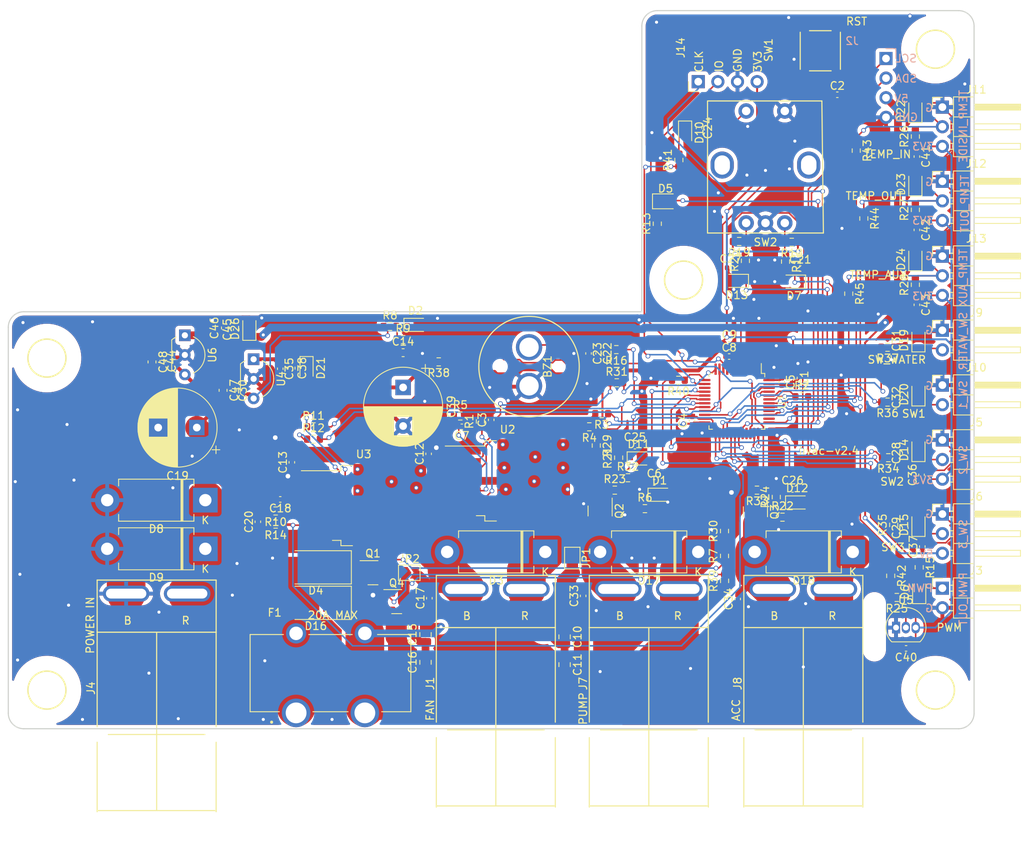
<source format=kicad_pcb>
(kicad_pcb (version 20221018) (generator pcbnew)
  (layers (0 "F.Cu" signal) (31 "B.Cu" signal) (34 "B.Paste" user) (35 "F.Paste" user) (36 "B.SilkS" user "B.Silkscreen") (37 "F.SilkS" user "F.Silkscreen") (38 "B.Mask" user) (39 "F.Mask" user) (44 "Edge.Cuts" user))
  (net 0 "")
  (net 1 "+BATT")
  (net 2 "GND")
  (net 3 "VCC")
  (net 4 "Net-(BZ1-Pad1)")
  (net 5 "/NRST")
  (net 6 "/BRIDGE_SENSE_P")
  (net 7 "/FAN_SENSE")
  (net 8 "Net-(C7-Pad2)")
  (net 9 "/FAN_P")
  (net 10 "/VBATT_DIV")
  (net 11 "/FAN_N")
  (net 12 "Net-(C18-Pad1)")
  (net 13 "/BRIDGE_SENSE_N")
  (net 14 "/ENC_A")
  (net 15 "/BUTTON")
  (net 16 "/PUMP_SENSE")
  (net 17 "/ACC_SENSE")
  (net 18 "/ENC_B")
  (net 19 "/SW_2")
  (net 20 "/SW_3")
  (net 21 "/SW_WATER")
  (net 22 "/SW_1")
  (net 23 "/PUMP_OUT")
  (net 24 "/ACC_OUT")
  (net 25 "/LED")
  (net 26 "Net-(D5-Pad1)")
  (net 27 "Net-(D6-Pad2)")
  (net 28 "Net-(D8-Pad1)")
  (net 29 "/TEMP_INSIDE")
  (net 30 "/TEMP_OUTSIDE")
  (net 31 "/TEMP_AUX")
  (net 32 "/SDA")
  (net 33 "/SCL")
  (net 34 "/SWDIO")
  (net 35 "/SWCLK")
  (net 36 "Net-(JP2-Pad1)")
  (net 37 "Net-(Q1-Pad1)")
  (net 38 "Net-(Q2-Pad1)")
  (net 39 "Net-(Q3-Pad1)")
  (net 40 "/BOOT0")
  (net 41 "Net-(R3-Pad2)")
  (net 42 "/BRIDGE_P")
  (net 43 "Net-(R4-Pad2)")
  (net 44 "/BRIDGE_ENABLE")
  (net 45 "/FAN_SIGNAL")
  (net 46 "Net-(R11-Pad1)")
  (net 47 "/BRIDGE_N")
  (net 48 "Net-(R12-Pad1)")
  (net 49 "/PWM_OUT")
  (net 50 "/BUZZER")
  (net 51 "Net-(R17-Pad1)")
  (net 52 "Net-(R19-Pad1)")
  (net 53 "/PUMP_SIGNAL")
  (net 54 "/ACC_SIGNAL")
  (net 55 "/TEMP_BUILTIN")
  (net 56 "Net-(C28-Pad1)")
  (net 57 "Net-(C29-Pad1)")
  (net 58 "Net-(C31-Pad1)")
  (net 59 "Net-(C32-Pad1)")
  (net 64 "unconnected-(U1-Pad5)")
  (net 65 "unconnected-(U1-Pad6)")
  (net 68 "+5V")
  (net 69 "Net-(C3-Pad1)")
  (net 71 "Net-(C14-Pad1)")
  (net 72 "Net-(C20-Pad1)")
  (net 73 "Net-(C24-Pad1)")
  (net 74 "Net-(D22-Pad1)")
  (net 75 "Net-(D23-Pad1)")
  (net 76 "Net-(D24-Pad1)")
  (net 77 "Net-(Q4-Pad1)")
  (net 78 "Net-(R25-Pad2)")
  (footprint "Homebrew:MURATA_PKM13EPYH4000-A0" (layer "F.Cu") (at 97.4 105.1 -90)
    (fp_text reference "BZ1")
    (fp_text value "Buzzer")
  )
  (footprint "Capacitor_SMD:C_0603_1608Metric" (layer "F.Cu") (at 131.6 106.6 -90)
    (fp_text reference "C1")
    (fp_text value "4.7uF")
  )
  (footprint "Capacitor_SMD:C_0402_1005Metric" (layer "F.Cu") (at 137.3 69.9)
    (fp_text reference "C2")
    (fp_text value "100nF")
  )
  (footprint "Capacitor_SMD:C_0402_1005Metric" (layer "F.Cu") (at 92.5 112 90)
    (fp_text reference "C3")
    (fp_text value "1nF")
  )
  (footprint "Capacitor_SMD:C_0402_1005Metric" (layer "F.Cu") (at 130.1 107.1 -90)
    (fp_text reference "C5")
    (fp_text value "100nF")
  )
  (footprint "Capacitor_SMD:C_0402_1005Metric" (layer "F.Cu") (at 113.6 120.1)
    (fp_text reference "C6")
    (fp_text value "100nF")
  )
  (footprint "Capacitor_SMD:C_0402_1005Metric" (layer "F.Cu") (at 88.7 112.9 180)
    (fp_text reference "C7")
    (fp_text value "100nF")
  )
  (footprint "Capacitor_SMD:C_0402_1005Metric" (layer "F.Cu") (at 123.3 103.8)
    (fp_text reference "C8")
    (fp_text value "100nF")
  )
  (footprint "Capacitor_SMD:C_0603_1608Metric" (layer "F.Cu") (at 123.3 102.4)
    (fp_text reference "C9")
    (fp_text value "4.7uF")
  )
  (footprint "Capacitor_SMD:C_0805_2012Metric" (layer "F.Cu") (at 102 140.1 -90)
    (fp_text reference "C10")
    (fp_text value "220nF")
  )
  (footprint "Capacitor_SMD:C_0805_2012Metric" (layer "F.Cu") (at 102 143.7 -90)
    (fp_text reference "C11")
    (fp_text value "220nF")
  )
  (footprint "Capacitor_SMD:C_0402_1005Metric" (layer "F.Cu") (at 84.4 116.4 90)
    (fp_text reference "C12")
    (fp_text value "100nF")
  )
  (footprint "Capacitor_SMD:C_0402_1005Metric" (layer "F.Cu") (at 66.7 117.5 90)
    (fp_text reference "C13")
    (fp_text value "100nF")
  )
  (footprint "Capacitor_SMD:C_0603_1608Metric" (layer "F.Cu") (at 81.1 103.3)
    (fp_text reference "C14")
    (fp_text value "4.7uF")
  )
  (footprint "Capacitor_SMD:C_0805_2012Metric" (layer "F.Cu") (at 84 139.8 90)
    (fp_text reference "C15")
    (fp_text value "220nF")
  )
  (footprint "Capacitor_SMD:C_0805_2012Metric" (layer "F.Cu") (at 84 143.4 90)
    (fp_text reference "C16")
    (fp_text value "220nF")
  )
  (footprint "Capacitor_SMD:C_0402_1005Metric" (layer "F.Cu") (at 84.5 135.1 90)
    (fp_text reference "C17")
    (fp_text value "100nF")
  )
  (footprint "Capacitor_SMD:C_0402_1005Metric" (layer "F.Cu") (at 65.2 122.3 180)
    (fp_text reference "C18")
    (fp_text value "100nF")
  )
  (footprint "Capacitor_THT:CP_Radial_D10.0mm_P5.00mm" (layer "F.Cu") (at 54.4 113 180)
    (fp_text reference "C19")
    (fp_text value "1000uF")
  )
  (footprint "Capacitor_SMD:C_0402_1005Metric" (layer "F.Cu") (at 62.3 125.2 90)
    (fp_text reference "C20")
    (fp_text value "1nF")
  )
  (footprint "Capacitor_SMD:C_0402_1005Metric" (layer "F.Cu") (at 132.5 92.4)
    (fp_text reference "C21")
    (fp_text value "10nF")
  )
  (footprint "Capacitor_SMD:C_0402_1005Metric" (layer "F.Cu") (at 106.4 103.4 -90)
    (fp_text reference "C22")
    (fp_text value "100nF")
  )
  (footprint "Capacitor_SMD:C_0402_1005Metric" (layer "F.Cu") (at 105.1 103.4 -90)
    (fp_text reference "C23")
    (fp_text value "100nF")
  )
  (footprint "Capacitor_SMD:C_0402_1005Metric" (layer "F.Cu") (at 119.4 74.2 -90)
    (fp_text reference "C24")
    (fp_text value "100nF")
  )
  (footprint "Capacitor_SMD:C_0402_1005Metric" (layer "F.Cu") (at 111.1 115.4)
    (fp_text reference "C25")
    (fp_text value "100nF")
  )
  (footprint "Capacitor_SMD:C_0402_1005Metric" (layer "F.Cu") (at 131.5 121)
    (fp_text reference "C26")
    (fp_text value "100nF")
  )
  (footprint "Capacitor_SMD:C_0402_1005Metric" (layer "F.Cu") (at 123.5 92.3)
    (fp_text reference "C27")
    (fp_text value "10nF")
  )
  (footprint "Capacitor_SMD:C_0402_1005Metric" (layer "F.Cu") (at 146.1 116.3 90)
    (fp_text reference "C28")
    (fp_text value "100nF")
  )
  (footprint "Capacitor_SMD:C_0402_1005Metric" (layer "F.Cu") (at 146.1 126 90)
    (fp_text reference "C29")
    (fp_text value "100nF")
  )
  (footprint "Capacitor_SMD:C_0402_1005Metric" (layer "F.Cu") (at 59.2 108.2 -90)
    (fp_text reference "C30")
    (fp_text value "100nF")
  )
  (footprint "Capacitor_SMD:C_0402_1005Metric" (layer "F.Cu") (at 146.1 101.7 90)
    (fp_text reference "C31")
    (fp_text value "100nF")
  )
  (footprint "Capacitor_SMD:C_0402_1005Metric" (layer "F.Cu") (at 146.1 109.1 90)
    (fp_text reference "C32")
    (fp_text value "100nF")
  )
  (footprint "Capacitor_SMD:C_0402_1005Metric" (layer "F.Cu") (at 104.4 134.8 90)
    (fp_text reference "C33")
    (fp_text value "100nF")
  )
  (footprint "Capacitor_SMD:C_0402_1005Metric" (layer "F.Cu") (at 124.4 135.2 90)
    (fp_text reference "C34")
    (fp_text value "100nF")
  )
  (footprint "Capacitor_SMD:C_0402_1005Metric" (layer "F.Cu") (at 65.2 105.38 -90)
    (fp_text reference "C35")
    (fp_text value "100nF")
  )
  (footprint "Capacitor_SMD:C_0402_1005Metric" (layer "F.Cu") (at 148.2 119.12 90)
    (fp_text reference "C36")
    (fp_text value "100nF")
  )
  (footprint "Capacitor_SMD:C_0402_1005Metric" (layer "F.Cu") (at 148.3 128.4 90)
    (fp_text reference "C37")
    (fp_text value "100nF")
  )
  (footprint "Capacitor_SMD:C_0603_1608Metric" (layer "F.Cu") (at 66.6 105.3 -90)
    (fp_text reference "C38")
    (fp_text value "4.7uF")
  )
  (footprint "Capacitor_THT:CP_Radial_D10.0mm_P5.00mm" (layer "F.Cu") (at 81.1 107.8 -90)
    (fp_text reference "C39")
    (fp_text value "470uF")
  )
  (footprint "Capacitor_SMD:C_0402_1005Metric" (layer "F.Cu") (at 146.2 141.6 180)
    (fp_text reference "C40")
    (fp_text value "100nF")
  )
  (footprint "Capacitor_SMD:C_0402_1005Metric" (layer "F.Cu") (at 147.6 77.9 -90)
    (fp_text reference "C41")
    (fp_text value "100nF")
  )
  (footprint "Capacitor_SMD:C_0402_1005Metric" (layer "F.Cu") (at 147.6 87.4 -90)
    (fp_text reference "C42")
    (fp_text value "100nF")
  )
  (footprint "Capacitor_SMD:C_0402_1005Metric" (layer "F.Cu") (at 147.6 97.1 -90)
    (fp_text reference "C43")
    (fp_text value "100nF")
  )
  (footprint "Diode_SMD:D_SOD-323" (layer "F.Cu") (at 114.3 121.7)
    (fp_text reference "D1")
    (fp_text value "TVS_5V")
  )
  (footprint "Diode_SMD:D_SOD-323" (layer "F.Cu") (at 82.7 99.7)
    (fp_text reference "D2")
    (fp_text value "TVS_5V")
  )
  (footprint "Diode_SMD:D_SMB_Handsoldering" (layer "F.Cu") (at 69.8 131.1 180)
    (fp_text reference "D4")
    (fp_text value "TVS_12V")
  )
  (footprint "LED_SMD:LED_0805_2012Metric" (layer "F.Cu") (at 115.0625 83.7)
    (fp_text reference "D5")
    (fp_text value "LED")
  )
  (footprint "Diode_SMD:D_SOD-323" (layer "F.Cu") (at 147.9 134.3 90)
    (fp_text reference "D6")
    (fp_text value "TVS_5V")
  )
  (footprint "Diode_SMD:D_SOD-323" (layer "F.Cu") (at 131.7 94.1 180)
    (fp_text reference "D7")
    (fp_text value "TVS_5V")
  )
  (footprint "Diode_THT:D_DO-201AD_P12.70mm_Horizontal" (layer "F.Cu") (at 55.5 122.4 180)
    (fp_text reference "D8")
    (fp_text value "D_Schottky")
  )
  (footprint "Diode_THT:D_DO-201AD_P12.70mm_Horizontal" (layer "F.Cu") (at 55.5 128.7 180)
    (fp_text reference "D9")
    (fp_text value "D_Schottky")
  )
  (footprint "Diode_SMD:D_SOD-323" (layer "F.Cu") (at 117.6 74.8 -90)
    (fp_text reference "D10")
    (fp_text value "TVS_5V")
  )
  (footprint "Diode_SMD:D_SOD-323" (layer "F.Cu") (at 111.6 117)
    (fp_text reference "D11")
    (fp_text value "TVS_5V")
  )
  (footprint "Diode_SMD:D_SOD-323" (layer "F.Cu") (at 132.1 122.7)
    (fp_text reference "D12")
    (fp_text value "TVS_5V")
  )
  (footprint "Diode_SMD:D_SOD-323" (layer "F.Cu") (at 124.3 94 180)
    (fp_text reference "D13")
    (fp_text value "TVS_5V")
  )
  (footprint "Diode_SMD:D_SOD-323" (layer "F.Cu") (at 147.8 115.9 90)
    (fp_text reference "D14")
    (fp_text value "TVS_5V")
  )
  (footprint "Diode_SMD:D_SOD-323" (layer "F.Cu") (at 147.8 125.6 90)
    (fp_text reference "D15")
    (fp_text value "TVS_5V")
  )
  (footprint "Diode_SMD:D_SMB_Handsoldering" (layer "F.Cu") (at 69.8 135.7 180)
    (fp_text reference "D16")
    (fp_text value "TVS_12V")
  )
  (footprint "Diode_THT:D_DO-201AD_P12.70mm_Horizontal" (layer "F.Cu") (at 119.3 129.1 180)
    (fp_text reference "D17")
    (fp_text value "D_Schottky")
  )
  (footprint "Diode_THT:D_DO-201AD_P12.70mm_Horizontal" (layer "F.Cu") (at 139.3 129.1 180)
    (fp_text reference "D18")
    (fp_text value "D_Schottky")
  )
  (footprint "Diode_SMD:D_SOD-323" (layer "F.Cu") (at 147.8 101.7 90)
    (fp_text reference "D19")
    (fp_text value "TVS_5V")
  )
  (footprint "Diode_SMD:D_SOD-323" (layer "F.Cu") (at 147.8 108.7 90)
    (fp_text reference "D20")
    (fp_text value "TVS_5V")
  )
  (footprint "Diode_SMD:D_SOD-323" (layer "F.Cu") (at 68.6 105.3 -90)
    (fp_text reference "D21")
    (fp_text value "TVS_5V")
  )
  (footprint "Diode_SMD:D_SOD-323" (layer "F.Cu") (at 147.4 72 90)
    (fp_text reference "D22")
    (fp_text value "TVS_5V")
  )
  (footprint "Diode_SMD:D_SOD-323" (layer "F.Cu") (at 147.4 81.5 90)
    (fp_text reference "D23")
    (fp_text value "TVS_5V")
  )
  (footprint "Diode_SMD:D_SOD-323" (layer "F.Cu") (at 147.4 91.2 90)
    (fp_text reference "D24")
    (fp_text value "TVS_5V")
  )
  (footprint "Homebrew:FUSE_3550-2" (layer "F.Cu") (at 71.7 144.8)
    (fp_text reference "F1")
    (fp_text value "ATC")
  )
  (footprint "Homebrew:HOLE_M4" (layer "F.Cu") (at 35 147)
    (fp_text reference "H1" hide)
    (fp_text value "HOLE" hide)
  )
  (footprint "Homebrew:HOLE_M4" (layer "F.Cu") (at 150 64)
    (fp_text reference "H2" hide)
    (fp_text value "HOLE" hide)
  )
  (footprint "Homebrew:HOLE_M4" (layer "F.Cu") (at 150 147)
    (fp_text reference "H3" hide)
    (fp_text value "HOLE" hide)
  )
  (footprint "Homebrew:HOLE_M4" (layer "F.Cu") (at 35 104)
    (fp_text reference "H4" hide)
    (fp_text value "HOLE" hide)
  )
  (footprint "Connector_PinHeader_2.54mm:PinHeader_1x02_P2.54mm_Horizontal" (layer "F.Cu") (at 150.9 133.8)
    (fp_text reference "J3")
    (fp_text value "Conn_01x02")
  )
  (footprint "Homebrew:Anderson_1336G1_right_angle_bottom_two" (layer "F.Cu") (at 49.2 134.5 180)
    (fp_text reference "J4")
    (fp_text value "Anderson_two_redblack_src")
  )
  (footprint "Connector_PinHeader_2.54mm:PinHeader_1x03_P2.54mm_Horizontal" (layer "F.Cu") (at 150.9 114.6)
    (fp_text reference "J5")
    (fp_text value "Conn_01x03")
  )
  (footprint "Connector_PinHeader_2.54mm:PinHeader_1x03_P2.54mm_Horizontal" (layer "F.Cu") (at 150.9 124.2)
    (fp_text reference "J6")
    (fp_text value "Conn_01x03")
  )
  (footprint "Homebrew:Anderson_1336G1_right_angle_bottom_two" (layer "F.Cu") (at 112.9 133.9 180)
    (fp_text reference "J7")
    (fp_text value "Anderson_two_redblack_sink")
  )
  (footprint "Homebrew:Anderson_1336G1_right_angle_bottom_two" (layer "F.Cu") (at 132.9 133.9 180)
    (fp_text reference "J8")
    (fp_text value "Anderson_two_redblack_sink")
  )
  (footprint "Connector_PinHeader_2.54mm:PinHeader_1x02_P2.54mm_Horizontal" (layer "F.Cu") (at 150.9 100.4)
    (fp_text reference "J9")
    (fp_text value "Conn_01x02")
  )
  (footprint "Connector_PinHeader_2.54mm:PinHeader_1x02_P2.54mm_Horizontal" (layer "F.Cu") (at 150.9 107.5)
    (fp_text reference "J10")
    (fp_text value "Conn_01x02")
  )
  (footprint "Connector_PinHeader_2.54mm:PinHeader_1x03_P2.54mm_Horizontal" (layer "F.Cu") (at 150.9 81.1)
    (fp_text reference "J12")
    (fp_text value "Conn_01x03")
  )
  (footprint "Connector_PinHeader_2.54mm:PinHeader_1x03_P2.54mm_Horizontal" (layer "F.Cu") (at 150.9 90.8)
    (fp_text reference "J13")
    (fp_text value "Conn_01x03")
  )
  (footprint "Connector_PinHeader_2.54mm:PinHeader_1x04_P2.54mm_Horizontal" (layer "F.Cu") (at 119.3 68.2 90)
    (fp_text reference "J14")
    (fp_text value "Conn_01x04")
  )
  (footprint "Jumper:SolderJumper-2_P1.3mm_Open_TrianglePad1.0x1.5mm" (layer "F.Cu") (at 103 129.9 -90)
    (fp_text reference "JP1")
    (fp_text value "SolderJumper_2_Open")
  )
  (footprint "Jumper:SolderJumper-2_P1.3mm_Open_TrianglePad1.0x1.5mm" (layer "F.Cu") (at 81.9 131.8)
    (fp_text reference "JP2")
    (fp_text value "SolderJumper_2_Open")
  )
  (footprint "Package_TO_SOT_SMD:SOT-23" (layer "F.Cu") (at 77.2 131.8)
    (fp_text reference "Q1")
    (fp_text value "AO3400A")
  )
  (footprint "Package_TO_SOT_SMD:SOT-23" (layer "F.Cu") (at 106.6 123.8 -90)
    (fp_text reference "Q2")
    (fp_text value "AO3400A")
  )
  (footprint "Package_TO_SOT_SMD:SOT-23" (layer "F.Cu") (at 126.7 123.9 -90)
    (fp_text reference "Q3")
    (fp_text value "AO3400A")
  )
  (footprint "Resistor_SMD:R_0603_1608Metric" (layer "F.Cu") (at 91.1 112.2 90)
    (fp_text reference "R1")
    (fp_text value "470")
  )
  (footprint "Resistor_SMD:R_0603_1608Metric" (layer "F.Cu") (at 132.7 109)
    (fp_text reference "R2")
    (fp_text value "24k")
  )
  (footprint "Resistor_SMD:R_0603_1608Metric" (layer "F.Cu") (at 106.8 111.2 180)
    (fp_text reference "R3")
    (fp_text value "10k")
  )
  (footprint "Resistor_SMD:R_0603_1608Metric" (layer "F.Cu") (at 105.2 112.9 180)
    (fp_text reference "R4")
    (fp_text value "10k")
  )
  (footprint "Resistor_SMD:R_0603_1608Metric" (layer "F.Cu") (at 88.5 111.5)
    (fp_text reference "R5")
    (fp_text value "10k")
  )
  (footprint "Resistor_SMD:R_0603_1608Metric" (layer "F.Cu") (at 112.4 123.5)
    (fp_text reference "R6")
    (fp_text value "24k")
  )
  (footprint "Resistor_SMD:R_0603_1608Metric" (layer "F.Cu") (at 122.7 129.625 90)
    (fp_text reference "R7")
    (fp_text value "150")
  )
  (footprint "Resistor_SMD:R_0603_1608Metric" (layer "F.Cu") (at 79.4 99.9)
    (fp_text reference "R8")
    (fp_text value "390k")
  )
  (footprint "Resistor_SMD:R_0603_1608Metric" (layer "F.Cu") (at 81.1 101.6)
    (fp_text reference "R9")
    (fp_text value "110k")
  )
  (footprint "Resistor_SMD:R_0603_1608Metric" (layer "F.Cu") (at 64.6 123.8 180)
    (fp_text reference "R10")
    (fp_text value "10k")
  )
  (footprint "Resistor_SMD:R_0603_1608Metric" (layer "F.Cu") (at 69.5 112.9)
    (fp_text reference "R11")
    (fp_text value "10k")
  )
  (footprint "Resistor_SMD:R_0603_1608Metric" (layer "F.Cu") (at 69.5 114.5)
    (fp_text reference "R12")
    (fp_text value "10k")
  )
  (footprint "Resistor_SMD:R_0603_1608Metric" (layer "F.Cu") (at 114 86.6 90)
    (fp_text reference "R13")
    (fp_text value "150")
  )
  (footprint "Resistor_SMD:R_0603_1608Metric" (layer "F.Cu") (at 64.6 125.5 180)
    (fp_text reference "R14")
    (fp_text value "470")
  )
  (footprint "Resistor_SMD:R_0603_1608Metric" (layer "F.Cu") (at 147.9 131.1 -90)
    (fp_text reference "R15")
    (fp_text value "150")
  )
  (footprint "Resistor_SMD:R_0603_1608Metric" (layer "F.Cu") (at 108.7 102.9 180)
    (fp_text reference "R16")
    (fp_text value "47")
  )
  (footprint "Resistor_SMD:R_0603_1608Metric" (layer "F.Cu") (at 131.4 89 180)
    (fp_text reference "R18")
    (fp_text value "10k")
  )
  (footprint "Resistor_SMD:R_0603_1608Metric" (layer "F.Cu") (at 124.6 88.9 180)
    (fp_text reference "R19")
    (fp_text value "10k")
  )
  (footprint "Resistor_SMD:R_0603_1608Metric" (layer "F.Cu") (at 125.4 91.4 90)
    (fp_text reference "R20")
    (fp_text value "10k")
  )
  (footprint "Resistor_SMD:R_0603_1608Metric" (layer "F.Cu") (at 109 116.9 90)
    (fp_text reference "R21")
    (fp_text value "24k")
  )
  (footprint "Resistor_SMD:R_0603_1608Metric" (layer "F.Cu") (at 130.2 124.6)
    (fp_text reference "R22")
    (fp_text value "24k")
  )
  (footprint "Resistor_SMD:R_0603_1608Metric" (layer "F.Cu") (at 108.5 121.1)
    (fp_text reference "R23")
    (fp_text value "150")
  )
  (footprint "Resistor_SMD:R_0603_1608Metric" (layer "F.Cu") (at 129.4 122 90)
    (fp_text reference "R24")
    (fp_text value "150")
  )
  (footprint "Resistor_SMD:R_0603_1608Metric" (layer "F.Cu") (at 145 135 180)
    (fp_text reference "R25")
    (fp_text value "4k7")
  )
  (footprint "Resistor_SMD:R_0603_1608Metric" (layer "F.Cu") (at 147.4 75.3 90)
    (fp_text reference "R26")
    (fp_text value "4k7")
  )
  (footprint "Resistor_SMD:R_0603_1608Metric" (layer "F.Cu") (at 147.4 84.8 90)
    (fp_text reference "R27")
    (fp_text value "4k7")
  )
  (footprint "Resistor_SMD:R_0603_1608Metric" (layer "F.Cu") (at 147.4 94.5 90)
    (fp_text reference "R28")
    (fp_text value "4k7")
  )
  (footprint "Homebrew:SW_TACTILE_5.1MM_TS-1187A-C-D-B" (layer "F.Cu") (at 135.1 64.2 90)
    (fp_text reference "SW1")
    (fp_text value "SW_Push")
  )
  (footprint "Homebrew:BOURNS_PEC12R-4xxxF-Sxxxx" (layer "F.Cu") (at 128 79)
    (fp_text reference "SW2")
    (fp_text value "Rotary_Encoder_Switch")
  )
  (footprint "Package_QFP:LQFP-48_7x7mm_P0.5mm" (layer "F.Cu") (at 124.3 109.6 -90)
    (fp_text reference "U1")
    (fp_text value "STM32F030C8Tx")
  )
  (footprint "Package_TO_SOT_SMD:TO-263-7_TabPin8" (layer "F.Cu") (at 94.625 119.9)
    (fp_text reference "U2")
    (fp_text value "IFX007T")
  )
  (footprint "Package_TO_SOT_SMD:TO-263-7_TabPin8" (layer "F.Cu") (at 76 123.1)
    (fp_text reference "U3")
    (fp_text value "IFX007T")
  )
  (footprint "Package_TO_SOT_THT:TO-92L_Inline_Wide" (layer "F.Cu") (at 61.75 104.15 -90)
    (fp_text reference "U4")
    (fp_text value "AP7381-XXV")
  )
  (footprint "Package_TO_SOT_THT:TO-92_Inline" (layer "F.Cu") (at 144.9 138.9)
    (fp_text reference "U5")
    (fp_text value "DS18B20")
  )
  (footprint "Homebrew:Anderson_1336G1_right_angle_bottom_two" (layer "F.Cu") (at 93.1 133.9 180)
    (fp_text reference "J1")
    (fp_text value "Anderson_two_redblack")
  )
  (footprint "Resistor_SMD:R_0603_1608Metric" (layer "F.Cu") (at 106.1 115.325 -90)
    (fp_text reference "R29")
    (fp_text value "110k")
  )
  (footprint "Resistor_SMD:R_0603_1608Metric" (layer "F.Cu") (at 122.7 126.4 90)
    (fp_text reference "R30")
    (fp_text value "10k")
  )
  (footprint "Resistor_SMD:R_0603_1608Metric" (layer "F.Cu") (at 110.2 119.5)
    (fp_text reference "R32")
    (fp_text value "10k")
  )
  (footprint "Resistor_SMD:R_0603_1608Metric" (layer "F.Cu") (at 126.9 121.1 180)
    (fp_text reference "R33")
    (fp_text value "10k")
  )
  (footprint "Diode_THT:D_DO-201AD_P12.70mm_Horizontal" (layer "F.Cu") (at 99.5 129.1 180)
    (fp_text reference "D3")
    (fp_text value "D_Schottky")
  )
  (footprint "Capacitor_SMD:C_0402_1005Metric" (layer "F.Cu") (at 118.5 112.1 90)
    (fp_text reference "C4")
    (fp_text value "100nF")
  )
  (footprint "Connector_PinHeader_2.54mm:PinHeader_1x03_P2.54mm_Horizontal" (layer "F.Cu") (at 150.9 71.5)
    (fp_text reference "J11")
    (fp_text value "Conn_01x03")
  )
  (footprint "Homebrew:HOLE_M4" (layer "F.Cu") (at 117.4 93.9)
    (fp_text reference "H5" hide)
    (fp_text value "HOLE" hide)
  )
  (footprint "Resistor_SMD:R_0603_1608Metric" (layer "F.Cu") (at 130.6 91.5 -90)
    (fp_text reference "R17")
    (fp_text value "10k")
  )
  (footprint "Resistor_SMD:R_0603_1608Metric" (layer "F.Cu") (at 143.9 116.9 180)
    (fp_text reference "R34")
    (fp_text value "1k")
  )
  (footprint "Resistor_SMD:R_0603_1608Metric" (layer "F.Cu") (at 144.6 125.6 90)
    (fp_text reference "R35")
    (fp_text value "1k")
  )
  (footprint "Resistor_SMD:R_0603_1608Metric" (layer "F.Cu") (at 143.8 109.7 180)
    (fp_text reference "R36")
    (fp_text value "1k")
  )
  (footprint "Resistor_SMD:R_0603_1608Metric" (layer "F.Cu") (at 143.8 102.6 180)
    (fp_text reference "R37")
    (fp_text value "1k")
  )
  (footprint "Homebrew:SLOT_W2mm_H8mm" (layer "F.Cu") (at 142.1 138.8)
    (fp_text reference "H6")
    (fp_text value "SLOT")
  )
  (footprint "Capacitor_SMD:C_0402_1005Metric" (layer "F.Cu") (at 50 104.4 -90)
    (fp_text reference "C44")
    (fp_text value "100nF")
  )
  (footprint "Capacitor_SMD:C_0603_1608Metric" (layer "F.Cu") (at 57.8 108.175 -90)
    (fp_text reference "C47")
    (fp_text value "4.7uF")
  )
  (footprint "Resistor_SMD:R_0603_1608Metric" (layer "F.Cu") (at 108.75 107.2)
    (fp_text reference "R31")
    (fp_text value "1k")
  )
  (footprint "Resistor_SMD:R_0603_1608Metric" (layer "F.Cu") (at 122.71 132.85 90)
    (fp_text reference "R39")
    (fp_text value "150")
  )
  (footprint "Resistor_SMD:R_0603_1608Metric" (layer "F.Cu") (at 138.78 95.66 -90)
    (fp_text reference "R45")
    (fp_text value "150")
  )
  (footprint "Resistor_SMD:R_0603_1608Metric" (layer "F.Cu") (at 140.73 85.92 -90)
    (fp_text reference "R44")
    (fp_text value "150")
  )
  (footprint "Package_TO_SOT_THT:TO-92L_Inline_Wide" (layer "F.Cu") (at 52.85 101.05 -90)
    (fp_text reference "U6")
    (fp_text value "AP7381-XXV")
  )
  (footprint "Capacitor_SMD:C_0402_1005Metric" (layer "F.Cu") (at 59.5 100.3 90)
    (fp_text reference "C45")
    (fp_text value "100nF")
  )
  (footprint "Capacitor_SMD:C_0603_1608Metric" (layer "F.Cu") (at 58.1 100.1 90)
    (fp_text reference "C46")
    (fp_text value "4.7uF")
  )
  (footprint "Resistor_SMD:R_0603_1608Metric" (layer "F.Cu") (at 85.71 104.49 180)
    (fp_text reference "R38")
    (fp_text value "1k")
  )
  (footprint "Resistor_SMD:R_0603_1608Metric" (layer "F.Cu") (at 116.79 78.35 90)
    (fp_text reference "R41")
    (fp_text value "1k")
  )
  (footprint "Diode_SMD:D_SOD-323" (layer "F.Cu") (at 61.2 100.2 90)
    (fp_text reference "D26")
    (fp_text value "TVS_5V")
  )
  (footprint "Resistor_SMD:R_0603_1608Metric" (layer "F.Cu") (at 139.75 77.13 -90)
    (fp_text reference "R43")
    (fp_text value "150")
  )
  (footprint "Capacitor_SMD:C_0603_1608Metric" (layer "F.Cu") (at 48.6 104.5 -90)
    (fp_text reference "C48")
    (fp_text value "4.7uF")
  )
  (footprint "Resistor_SMD:R_0603_1608Metric" (layer "F.Cu") (at 144.21 132.2 -90)
    (fp_text reference "R42")
    (fp_text value "150")
  )
  (footprint "Resistor_SMD:R_0603_1608Metric" (layer "F.Cu") (at 116.73 106.87 180)
    (fp_text reference "R40")
    (fp_text value "1k")
  )
  (footprint "Package_TO_SOT_SMD:SOT-23" (layer "F.Cu") (at 80.27 135.54)
    (fp_text reference "Q4")
    (fp_text value "AO3400A")
  )
  (footprint "Connector_PinHeader_2.54mm:PinHeader_1x04_P2.54mm_Horizontal" (layer "B.Cu") (at 143.6 65.2 180)
    (fp_text reference "J2")
    (fp_text value "Conn_01x04")
  )
  (gr_line (start 30 100) (end 30 150) (stroke (width 0.15)) (layer "Edge.Cuts"))
  (gr_line (start 153 59) (end 114 59) (stroke (width 0.15)) (layer "Edge.Cuts"))
  (gr_line (start 112 61) (end 112 98) (stroke (width 0.15)) (layer "Edge.Cuts"))
  (gr_arc (start 32 152) (mid 30.585786 151.414214) (end 30 150) (stroke (width 0.15)) (layer "Edge.Cuts"))
  (gr_arc (start 153 59) (mid 154.414214 59.585786) (end 155 61) (stroke (width 0.15)) (layer "Edge.Cuts"))
  (gr_line (start 155 150) (end 155 61) (stroke (width 0.15)) (layer "Edge.Cuts"))
  (gr_line (start 32 152) (end 153 152) (stroke (width 0.15)) (layer "Edge.Cuts"))
  (gr_arc (start 30 100) (mid 30.585786 98.585786) (end 32 98) (stroke (width 0.15)) (layer "Edge.Cuts"))
  (gr_arc (start 112 61) (mid 112.585786 59.585786) (end 114 59) (stroke (width 0.15)) (layer "Edge.Cuts"))
  (gr_line (start 112 98) (end 32 98) (stroke (width 0.15)) (layer "Edge.Cuts"))
  (gr_arc (start 155 150) (mid 154.414214 151.414214) (end 153 152) (stroke (width 0.15)) (layer "Edge.Cuts"))
  (gr_text "5V" (at 148.8 129.4) (layer "B.SilkS") (effects (font (size 1 1)) (justify mirror)))
  (gr_text "SW_2" (at 153.6 117.2 90) (layer "B.SilkS") (effects (font (size 1 1)) (justify mirror)))
  (gr_text "TEMP_AUX" (at 153.6 93.6 90) (layer "B.SilkS") (effects (font (size 1 1)) (justify mirror)))
  (gr_text "G" (at 149.2 100.4) (layer "B.SilkS") (effects (font (size 1 1)) (justify mirror)))
  (gr_text "G" (at 149.2 90.8) (layer "B.SilkS") (effects (font (size 1 1)) (justify mirror)))
  (gr_text "G" (at 149.2 71.6) (layer "B.SilkS") (effects (font (size 1 1)) (justify mirror)))
  (gr_text "TEMP_OUT" (at 153.8 84 90) (layer "B.SilkS") (effects (font (size 1 1)) (justify mirror)))
  (gr_text "PWM_OUT" (at 153.6 135.2 90) (layer "B.SilkS") (effects (font (size 1 1)) (justify mirror)))
  (gr_text "TEMP_INSIDE" (at 153.6 74 90) (layer "B.SilkS") (effects (font (size 1 1)) (justify mirror)))
  (gr_text "PWM" (at 148 133.8) (layer "B.SilkS") (effects (font (size 1 1)) (justify mirror)))
  (gr_text "SDA" (at 146.2 67.8) (layer "B.SilkS") (effects (font (size 1 1)) (justify mirror)))
  (gr_text "SW_1" (at 153.6 108.8 90) (layer "B.SilkS") (effects (font (size 1 1)) (justify mirror)))
  (gr_text "SCL" (at 146.2 65.2) (layer "B.SilkS") (effects (font (size 1 1)) (justify mirror)))
  (gr_text "SW_WATER" (at 153.6 101.8 90) (layer "B.SilkS") (effects (font (size 1 1)) (justify mirror)))
  (gr_text "3V3" (at 148.4 96) (layer "B.SilkS") (effects (font (size 1 1)) (justify mirror)))
  (gr_text "3V3" (at 148.4 76.6) (layer "B.SilkS") (effects (font (size 1 1)) (justify mirror)))
  (gr_text "G" (at 149.2 124.2) (layer "B.SilkS") (effects (font (size 1 1)) (justify mirror)))
  (gr_text "5V" (at 145.6 70.4) (layer "B.SilkS") (effects (font (size 1 1)) (justify mirror)))
  (gr_text "3V3" (at 148.4 119.8) (layer "B.SilkS") (effects (font (size 1 1)) (justify mirror)))
  (gr_text "3V3" (at 148.4 86.2) (layer "B.SilkS") (effects (font (size 1 1)) (justify mirror)))
  (gr_text "GND" (at 146.2 72.8) (layer "B.SilkS") (effects (font (size 1 1)) (justify mirror)))
  (gr_text "G" (at 149.2 114.6) (layer "B.SilkS") (effects (font (size 1 1)) (justify mirror)))
  (gr_text "G" (at 149.2 136.4) (layer "B.SilkS") (effects (font (size 1 1)) (justify mirror)))
  (gr_text "SW_3" (at 153.6 126.8 90) (layer "B.SilkS") (effects (font (size 1 1)) (justify mirror)))
  (gr_text "G" (at 149.2 107.6) (layer "B.SilkS") (effects (font (size 1 1)) (justify mirror)))
  (gr_text "G" (at 149.2 81.2) (layer "B.SilkS") (effects (font (size 1 1)) (justify mirror)))
  (gr_text "3V3" (at 127 65.6 90) (layer "F.SilkS") (effects (font (size 1 1))))
  (gr_text "PUMP" (at 104.4 149.4 90) (layer "F.SilkS") (effects (font (size 1 1))))
  (gr_text "POWER IN" (at 40.6 138.6 90) (layer "F.SilkS") (effects (font (size 1 1))))
  (gr_text "CLK" (at 119.4 65.6 90) (layer "F.SilkS") (effects (font (size 1 1))))
  (gr_text "IO" (at 122 66.2 90) (layer "F.SilkS") (effects (font (size 1 1))))
  (gr_text "SW_WATER" (at 145 104.2) (layer "F.SilkS") (effects (font (size 1 1))))
  (gr_text "TEMP_OUT" (at 142.1 83) (layer "F.SilkS") (effects (font (size 1 1))))
  (gr_text "20A MAX" (at 72 137.3) (layer "F.SilkS") (effects (font (size 1 1))))
  (gr_text "TEMP_AUX" (at 142.6 93.2) (layer "F.SilkS") (effects (font (size 1 1))))
  (gr_text "hvac-v2.4" (at 136.2 116) (layer "F.SilkS") (effects (font (size 1 1))))
  (gr_text "TEMP_IN" (at 143.8 77.6) (layer "F.SilkS") (effects (font (size 1 1))))
  (gr_text "PWM" (at 151.8 138.9) (layer "F.SilkS") (effects (font (size 1 1))))
  (gr_text "FAN" (at 84.6 149.6 90) (layer "F.SilkS") (effects (font (size 1 1))))
  (gr_text "ACC" (at 124.2 149.6 90) (layer "F.SilkS") (effects (font (size 1 1))))
  (gr_text "SW3" (at 144.5 128.5) (layer "F.SilkS") (effects (font (size 1 1))))
  (gr_text "SW1" (at 147.2 111.2) (layer "F.SilkS") (effects (font (size 1 1))))
  (gr_text "RST" (at 139.8 60.4) (layer "F.SilkS") (effects (font (size 1 1))))
  (gr_text "GND" (at 124.4 65.4 90) (layer "F.SilkS") (effects (font (size 1 1))))
  (gr_text "SW2" (at 144.4 120) (layer "F.SilkS") (effects (font (size 1 1))))
  (segment (start 58.93 108.95) (end 59.2 108.68) (width 0.5) (layer "F.Cu") (net 1))
  (segment (start 79.1 100.425) (end 78.575 99.9) (width 0.2) (layer "F.Cu") (net 1))
  (segment (start 60.71 119.31) (end 54.4 113) (width 3) (layer "F.Cu") (net 1))
  (segment (start 101.411272 148.350011) (end 100.949989 148.350011) (width 2) (layer "F.Cu") (net 1))
  (segment (start 84.635001 116.999999) (end 83.390499 116.999999) (width 1) (layer "F.Cu") (net 1))
  (segment (start 60.78999 121.01001) (end 60.78999 126.375052) (width 2) (layer "F.Cu") (net 1))
  (segment (start 48.995 104.88) (end 48.6 105.275) (width 0.5) (layer "F.Cu") (net 1))
  (segment (start 77.750011 148.350011) (end 76.15 146.75) (width 5) (layer "F.Cu") (net 1))
  (segment (start 85.79 118.154998) (end 84.635001 116.999999) (width 1) (layer "F.Cu") (net 1))
  (segment (start 54.4 107.68) (end 52.85 106.13) (width 0.5) (layer "F.Cu") (net 1))
  (segment (start 102 132.85) (end 103 131.85) (width 2) (layer "F.Cu") (net 1))
  (segment (start 60.99 122.32) (end 60.99 119.91) (width 3) (layer "F.Cu") (net 1))
  (segment (start 134.04999 147.85001) (end 109.24999 147.85001) (width 5) (layer "F.Cu") (net 1))
  (segment (start 60.85 118.25) (end 60.85 121.2) (width 2) (layer "F.Cu") (net 1))
  (segment (start 84.05 138.8) (end 84 138.85) (width 1) (layer "F.Cu") (net 1))
  (segment (start 85.79 123.71) (end 85.79 118.154998) (width 1) (layer "F.Cu") (net 1))
  (segment (start 76.15 139.65) (end 76.15 146.75) (width 5) (layer "F.Cu") (net 1))
  (segment (start 116.85 140.25) (end 109.24999 147.85001) (width 5) (layer "F.Cu") (net 1))
  (segment (start 119.83 140.25) (end 124.37999 135.70001) (width 1) (layer "F.Cu") (net 1))
  (segment (start 88.85 123.71) (end 85.79 123.71) (width 1) (layer "F.Cu") (net 1))
  (segment (start 54.4 113) (end 57.8 109.6) (width 0.5) (layer "F.Cu") (net 1))
  (segment (start 102 139.15) (end 102 132.85) (width 2) (layer "F.Cu") (net 1))
  (segment (start 82.8905 116.5) (end 64.4 116.5) (width 2) (layer "F.Cu") (net 1))
  (segment (start 72.5 131.1) (end 72.5 130.513062) (width 3) (layer "F.Cu") (net 1))
  (segment (start 104.20001 140.474384) (end 104.20001 145.561273) (width 2) (layer "F.Cu") (net 1))
  (segment (start 51.6 104.88) (end 52.85 106.13) (width 0.5) (layer "F.Cu") (net 1))
  (segment (start 136.85 133.9) (end 136.85 145.05) (width 5) (layer "F.Cu") (net 1))
  (segment (start 69.726438 127.7395) (end 65.730378 127.7395) (width 3) (layer "F.Cu") (net 1))
  (segment (start 50 104.88) (end 48.995 104.88) (width 0.5) (layer "F.Cu") (net 1))
  (segment (start 79.1 101.1) (end 79.1 100.425) (width 0.2) (layer "F.Cu") (net 1))
  (segment (start 72.5 135.7) (end 72.5 131.1) (width 3) (layer "F.Cu") (net 1))
  (segment (start 57.8 109.6) (end 57.8 108.95) (width 0.5) (layer "F.Cu") (net 1))
  (segment (start 68.21 126.91) (end 67.02001 128.09999) (width 1) (layer "F.Cu") (net 1))
  (segment (start 116.85 140.25) (end 119.83 140.25) (width 1) (layer "F.Cu") (net 1))
  (segment (start 116.85 131.55) (end 119.3 129.1) (width 5) (layer "F.Cu") (net 1))
  (segment (start 76.15 139.65) (end 76.15 139.35) (width 3) (layer "F.Cu") (net 1))
  (segment (start 70.225 126.91) (end 68.21 126.91) (width 1) (layer "F.Cu") (net 1))
  (segment (start 102 139.15) (end 103 138.15) (width 1) (layer "F.Cu") (net 1))
  (segment (start 102 139.15) (end 102.875626 139.15) (width 2) (layer "F.Cu") (net 1))
  (segment (start 108.749989 148.350011) (end 100.949989 148.350011) (width 5) (layer "F.Cu") (net 1))
  (segment (start 116.85 133.9) (end 116.85 140.25) (width 5) (layer "F.Cu") (net 1))
  (segment (start 72.5 130.513062) (end 69.726438 127.7395) (width 3) (layer "F.Cu") (net 1))
  (segment (start 103 131.85) (end 103 130.87501) (width 1) (layer "F.Cu") (net 1))
  (segment (start 109.24999 147.85001) (end 108.749989 148.350011) (width 5) (layer "F.Cu") (net 1))
  (segment (start 136.85 133.9) (end 136.85 131.55) (width 5) (layer "F.Cu") (net 1))
  (segment (start 86 138.8) (end 84.05 138.8) (width 1) (layer "F.Cu") (net 1))
  (segment (start 136.85 131.55) (end 139.3 129.1) (width 5) (layer "F.Cu") (net 1))
  (segment (start 50 104.88) (end 51.6 104.88) (width 0.5) (layer "F.Cu") (net 1))
  (segment (start 54.4 113) (end 54.4 107.68) (width 0.5) (layer "F.Cu") (net 1))
  (segment (start 83.390499 116.999999) (end 82.8905 116.5) (width 1) (layer "F.Cu") (net 1))
  (segment (start 64.4 116.5) (end 64.24 116.66) (width 2) (layer "F.Cu") (net 1))
  (segment (start 72.5 135.7) (end 72.5 136) (width 1) (layer "F.Cu") (net 1))
  (segment (start 104.20001 145.561273) (end 101.411272 148.350011) (width 2) (layer "F.Cu") (net 1))
  (segment (start 69.560969 127.574031) (end 69.894999 127.240001) (width 2) (layer "F.Cu") (net 1))
  (segment (start 116.85 133.9) (end 116.85 131.55) (width 5) (layer "F.Cu") (net 1))
  (segment (start 57.8 108.95) (end 58.93 108.95) (width 0.5) (layer "F.Cu") (net 1))
  (segment (start 103 138.15) (end 103 131.85) (width 1) (layer "F.Cu") (net 1))
  (segment (start 61.2 108.68) (end 61.75 109.23) (width 0.5) (layer "F.Cu") (net 1))
  (segment (start 76.15 139.35) (end 72.5 135.7) (width 3) (layer "F.Cu") (net 1))
  (segment (start 59.2 108.68) (end 61.2 108.68) (width 0.5) (layer "F.Cu") (net 1))
  (segment (start 136.85 145.05) (end 134.04999 147.85001) (width 5) (layer "F.Cu") (net 1))
  (segment (start 64.8305 116.5) (end 64.4 116.5) (width 3) (layer "F.Cu") (net 1))
  (segment (start 102.875626 139.15) (end 104.20001 140.474384) (width 2) (layer "F.Cu") (net 1))
  (segment (start 100.949989 148.350011) (end 77.750011 148.350011) (width 5) (layer "F.Cu") (net 1))
  (segment (start 60.78999 126.375052) (end 61.988969 127.574031) (width 2) (layer "F.Cu") (net 1))
  (segment (start 60.99 119.91) (end 64.24 116.66) (width 3) (layer "F.Cu") (net 1))
  (segment (start 61.988969 127.574031) (end 69.560969 127.574031) (width 2) (layer "F.Cu") (net 1))
  (segment (start 61.32 119.31) (end 60.71 119.31) (width 3) (layer "F.Cu") (net 1))
  (segment (start 76.15 146.75) (end 76.15 149.22499) (width 5) (layer "F.Cu") (net 1))
  (segment (start 72.5 136) (end 76.15 139.65) (width 1) (layer "F.Cu") (net 1))
  (segment (start 104.20001 140.474384) (end 104.20001 135.499999) (width 1) (layer "F.Cu") (net 1))
  (segment (start 72.5 129.845002) (end 72.5 131.1) (width 1) (layer "F.Cu") (net 1))
  (via (at 79.1 101.1) (size 0.6) (drill 0.4) (layers "F.Cu" "B.Cu") (net 1))
  (via (at 86 138.8) (size 0.6) (drill 0.4) (layers "F.Cu" "B.Cu") (net 1))
  (segment (start 65.2 101.1) (end 79.1 101.1) (width 0.2) (layer "B.Cu") (net 1))
  (segment (start 85.15 139.65) (end 86 138.8) (width 1) (layer "B.Cu") (net 1))
  (segment (start 63.9 107.08) (end 61.75 109.23) (width 0.2) (layer "B.Cu") (net 1))
  (segment (start 63.9 102.4) (end 63.9 107.08) (width 0.2) (layer "B.Cu") (net 1))
  (segment (start 76.15 139.65) (end 85.15 139.65) (width 1) (layer "B.Cu") (net 1))
  (segment (start 63.9 102.4) (end 65.2 101.1) (width 0.2) (layer "B.Cu") (net 1))
  (segment (start 85.4 115.6) (end 85.4 115.6) (width 1) (layer "F.Cu") (net 2))
  (segment (start 123.6 121.4) (end 123.6 121.4) (width 1) (layer "F.Cu") (net 2))
  (segment (start 152.049511 91.949511) (end 150.9 90.8) (width 0.2) (layer "F.Cu") (net 2))
  (segment (start 106.4 103.88) (end 105.1 103.88) (width 0.2) (layer "F.Cu") (net 2))
  (segment (start 114.08 120.43) (end 115.35 121.7) (width 0.2) (layer "F.Cu") (net 2))
  (segment (start 77.2 134.7) (end 77.2 135.94999) (width 2) (layer "F.Cu") (net 2))
  (segment (start 61.2 99.15) (end 62.45 99.15) (width 1) (layer "F.Cu") (net 2))
  (segment (start 64.8 120.68) (end 66.19 119.29) (width 0.2) (layer "F.Cu") (net 2))
  (segment (start 132.98 92.82) (end 132.98 92.4) (width 0.25) (layer "F.Cu") (net 2))
  (segment (start 119.104994 111.62) (end 119.334994 111.85) (width 0.25) (layer "F.Cu") (net 2))
  (segment (start 142.6 73.82) (end 143.6 72.82) (width 1) (layer "F.Cu") (net 2))
  (segment (start 79.85001 138.117406) (end 79.85001 140.20001) (width 2) (layer "F.Cu") (net 2))
  (segment (start 42.8 128.7) (end 42.8 122.4) (width 5) (layer "F.Cu") (net 2))
  (segment (start 61.2 99) (end 60.32 99) (width 1) (layer "F.Cu") (net 2))
  (segment (start 148.3 127.92) (end 151.345655 127.92) (width 0.2) (layer "F.Cu") (net 2))
  (segment (start 152.049511 77.056144) (end 152.049511 72.649511) (width 0.2) (layer "F.Cu") (net 2))
  (segment (start 63.775 123.8) (end 63.775 125.5) (width 0.2) (layer "F.Cu") (net 2))
  (segment (start 117.6 75.85) (end 118.23 75.85) (width 0.2) (layer "F.Cu") (net 2))
  (segment (start 64.37 106.69) (end 65.2 105.86) (width 0.5) (layer "F.Cu") (net 2))
  (segment (start 150.9 136.34) (end 148.89 136.34) (width 0.2) (layer "F.Cu") (net 2))
  (segment (start 133.525 116.625) (end 133.9 117) (width 0.2) (layer "F.Cu") (net 2))
  (segment (start 147.07 107.65) (end 146.1 108.62) (width 0.2) (layer "F.Cu") (net 2))
  (segment (start 147.4 80.45) (end 150.25 80.45) (width 0.2) (layer "F.Cu") (net 2))
  (segment (start 152.049511 117.616144) (end 152.049511 115.749511) (width 0.2) (layer "F.Cu") (net 2))
  (segment (start 121.17452 112.870829) (end 120.8 113.245349) (width 0.2) (layer "F.Cu") (net 2))
  (segment (start 132.75 93.05) (end 132.98 92.82) (width 0.25) (layer "F.Cu") (net 2))
  (segment (start 62 131.1) (end 67.1 131.1) (width 1) (layer "F.Cu") (net 2))
  (segment (start 106.1 116.15) (end 106.1 122.4125) (width 0.2) (layer "F.Cu") (net 2))
  (segment (start 130.1 107.58) (end 131.395 107.58) (width 0.25) (layer "F.Cu") (net 2))
  (segment (start 58.70001 127.80001) (end 58.70001 121.074513) (width 1) (layer "F.Cu") (net 2))
  (segment (start 151.135166 118.530489) (end 152.049511 117.616144) (width 0.2) (layer "F.Cu") (net 2))
  (segment (start 72.9 111) (end 73.1 110.8) (width 0.5) (layer "F.Cu") (net 2))
  (segment (start 137.35 67.7) (end 137.35 60.7) (width 0.2) (layer "F.Cu") (net 2))
  (segment (start 58.1 99.3) (end 58.98 99.3) (width 1) (layer "F.Cu") (net 2))
  (segment (start 89.18 112.9) (end 89.18 111.645) (width 0.2) (layer "F.Cu") (net 2))
  (segment (start 58.70001 121.074513) (end 56.825487 119.19999) (width 1) (layer "F.Cu") (net 2))
  (segment (start 85.89 116.09) (end 85.4 115.6) (width 1) (layer "F.Cu") (net 2))
  (segment (start 58.98 99.3) (end 59.28 99.6) (width 1) (layer "F.Cu") (net 2))
  (segment (start 111.58 115.4) (end 112.65 116.47) (width 0.2) (layer "F.Cu") (net 2))
  (segment (start 119.334994 111.85) (end 120.1375 111.85) (width 0.25) (layer "F.Cu") (net 2))
  (segment (start 148.309511 118.530489) (end 151.135166 118.530489) (width 0.2) (layer "F.Cu") (net 2))
  (segment (start 150.825655 87.88) (end 152.1 86.605655) (width 0.2) (layer "F.Cu") (net 2))
  (segment (start 125.75 122.9) (end 125.1 122.9) (width 1) (layer "F.Cu") (net 2))
  (segment (start 147.8 100.65) (end 146.67 100.65) (width 0.2) (layer "F.Cu") (net 2))
  (segment (start 115.35 122.55) (end 115.35 122.65) (width 0.2) (layer "F.Cu") (net 2))
  (segment (start 123.78 103.8) (end 123.55 104.03) (width 0.25) (layer "F.Cu") (net 2))
  (segment (start 148.2 118.64) (end 148.309511 118.530489) (width 0.2) (layer "F.Cu") (net 2))
  (segment (start 152.1 82.3) (end 150.9 81.1) (width 0.2) (layer "F.Cu") (net 2))
  (segment (start 152.049511 72.649511) (end 150.9 71.5) (width 0.2) (layer "F.Cu") (net 2))
  (segment (start 81.925 103.25) (end 81.875 103.3) (width 0.2) (layer "F.Cu") (net 2))
  (segment (start 132.75 94.1) (end 132.75 93.05) (width 0.2) (layer "F.Cu") (net 2))
  (segment (start 64.9995 114.3005) (end 68.3 111) (width 0.5) (layer "F.Cu") (net 2))
  (segment (start 131.395 107.58) (end 131.6 107.375) (width 0.25) (layer "F.Cu") (net 2))
  (segment (start 142.6 98.3) (end 142.6 73.82) (width 1) (layer "F.Cu") (net 2))
  (segment (start 88.85 116.09) (end 85.89 116.09) (width 1) (layer "F.Cu") (net 2))
  (segment (start 50 103.92) (end 48.795 103.92) (width 0.5) (layer "F.Cu") (net 2))
  (segment (start 66.6 106.075) (end 68.325 106.075) (width 0.5) (layer "F.Cu") (net 2))
  (segment (start 96.9 107.7) (end 97.3 107.3) (width 0.5) (layer "F.Cu") (net 2))
  (segment (start 124.075 103.505) (end 123.78 103.8) (width 0.25) (layer "F.Cu") (net 2))
  (segment (start 82.07499 143.300616) (end 82.924374 144.15) (width 2) (layer "F.Cu") (net 2))
  (segment (start 112.65 116.47) (end 112.65 117) (width 0.2) (layer "F.Cu") (net 2))
  (segment (start 84.932073 115.6) (end 84.4 115.6) (width 1) (layer "F.Cu") (net 2))
  (segment (start 57.8 107.4) (end 58.88 107.4) (width 0.5) (layer "F.Cu") (net 2))
  (segment (start 150.9 124.2) (end 148.15 124.2) (width 0.2) (layer "F.Cu") (net 2))
  (segment (start 147.07 114.85) (end 146.1 115.82) (width 0.2) (layer "F.Cu") (net 2))
  (segment (start 150.825655 97.58) (end 152.049511 96.356144) (width 0.2) (layer "F.Cu") (net 2))
  (segment (start 62.45 99.15) (end 62.8 98.8) (width 1) (layer "F.Cu") (net 2))
  (segment (start 79.85001 140.20001) (end 82.07499 142.42499) (width 2) (layer "F.Cu") (net 2))
  (segment (start 85.15 144.65) (end 102 144.65) (width 2) (layer "F.Cu") (net 2))
  (segment (start 148.05 114.6) (end 147.8 114.85) (width 0.2) (layer "F.Cu") (net 2))
  (segment (start 82.924374 144.15) (end 84 144.15) (width 2) (layer "F.Cu") (net 2))
  (segment (start 79.1 110.8) (end 73.1 110.8) (width 0.5) (layer "F.Cu") (net 2))
  (segment (start 147.6 97.58) (end 150.825655 97.58) (width 0.2) (layer "F.Cu") (net 2))
  (segment (start 83.75 99.775) (end 81.925 101.6) (width 0.2) (layer "F.Cu") (net 2))
  (segment (start 62.855 124.72) (end 63.775 123.8) (width 0.2) (layer "F.Cu") (net 2))
  (segment (start 129.87 107.35) (end 130.1 107.58) (width 0.25) (layer "F.Cu") (net 2))
  (segment (start 65.2 105.86) (end 66.385 105.86) (width 0.5) (layer "F.Cu") (net 2))
  (segment (start 147.8 100.65) (end 150.65 100.65) (width 0.2) (layer "F.Cu") (net 2))
  (segment (start 47.67548 104.64952) (end 48.6 103.725) (width 0.5) (layer "F.Cu") (net 2))
  (segment (start 64.72 122.3) (end 64.8 122.3) (width 0.2) (layer "F.Cu") (net 2))
  (segment (start 114.08 120.1) (end 114.08 120.43) (width 0.2) (layer "F.Cu") (net 2))
  (segment (start 81.925 101.6) (end 81.925 103.25) (width 0.2) (layer "F.Cu") (net 2))
  (segment (start 146.67 100.65) (end 146.1 101.22) (width 0.2) (layer "F.Cu") (net 2))
  (segment (start 118.5 111.62) (end 119.104994 111.62) (width 0.25) (layer "F.Cu") (net 2))
  (segment (start 122.7 125.575) (end 122.7 122.3) (width 0.2) (layer "F.Cu") (net 2))
  (segment (start 137.78 69.9) (end 137.35 69.47) (width 0.2) (layer "F.Cu") (net 2))
  (segment (start 84.099022 107.7) (end 96.9 107.7) (width 0.5) (layer "F.Cu") (net 2))
  (segment (start 137.35 69.47) (end 137.35 67.7) (width 0.2) (layer "F.Cu") (net 2))
  (segment (start 106.1 122.4125) (end 105.65 122.8625) (width 0.2) (layer "F.Cu") (net 2))
  (segment (start 151.345655 127.92) (end 152.1 127.165655) (width 0.2) (layer "F.Cu") (net 2))
  (segment (start 120.8 113.245349) (end 120.8 119.6) (width 0.2) (layer "F.Cu") (net 2))
  (segment (start 128.4625 107.35) (end 129.87 107.35) (width 0.25) (layer "F.Cu") (net 2))
  (segment (start 115.35 121.7) (end 115.35 122.55) (width 0.2) (layer "F.Cu") (net 2))
  (segment (start 68.3 111) (end 71.1 111) (width 0.5) (layer "F.Cu") (net 2))
  (segment (start 121.17452 112.119869) (end 121.17452 112.870829) (width 0.2) (layer "F.Cu") (net 2))
  (segment (start 70.225 119.29) (end 66.19 119.29) (width 1) (layer "F.Cu") (net 2))
  (segment (start 58.1 99.325) (end 58.1 99.3) (width 1) (layer "F.Cu") (net 2))
  (segment (start 84.85 144.35) (end 85.15 144.65) (width 2) (layer "F.Cu") (net 2))
  (segment (start 118.23 75.85) (end 119.4 74.68) (width 0.2) (layer "F.Cu") (net 2))
  (segment (start 45.25 134.5) (end 45.25 131.15) (width 5) (layer "F.Cu") (net 2))
  (segment (start 84 144.35) (end 84.85 144.35) (width 2) (layer "F.Cu") (net 2))
  (segment (start 123.25 92.53) (end 123.02 92.3) (width 0.2) (layer "F.Cu") (net 2))
  (segment (start 152.1 86.605655) (end 152.1 82.3) (width 0.2) (layer "F.Cu") (net 2))
  (segment (start 71.1 111) (end 72.9 111) (width 0.5) (layer "F.Cu") (net 2))
  (segment (start 68.6 108.5) (end 71.1 111) (width 0.5) (layer "F.Cu") (net 2))
  (segment (start 152.049511 115.749511) (end 150.9 114.6) (width 0.2) (layer "F.Cu") (net 2))
  (segment (start 150.725655 78.38) (end 152.049511 77.056144) (width 0.2) (layer "F.Cu") (net 2))
  (segment (start 120.1375 111.85) (end 120.904651 111.85) (width 0.2) (layer "F.Cu") (net 2))
  (segment (start 85.89 116.09) (end 85.422073 116.09) (width 1) (layer "F.Cu") (net 2))
  (segment (start 105.65 122.8625) (end 104.4625 122.8625) (width 1) (layer "F.Cu") (net 2))
  (segment (start 64.8 122.3) (end 64.8 120.68) (width 0.2) (layer "F.Cu") (net 2))
  (segment (start 125.1 122.9) (end 123.6 121.4) (width 1) (layer "F.Cu") (net 2))
  (segment (start 131.6 107.375) (end 132.39952 106.57548) (width 0.25) (layer "F.Cu") (net 2))
  (segment (start 64.550306 114.3005) (end 64.9995 114.3005) (width 0.5) (layer "F.Cu") (net 2))
  (segment (start 123.55 104.03) (end 123.55 105.4375) (width 0.25) (layer "F.Cu") (net 2))
  (segment (start 124.075 102.4) (end 124.075 103.505) (width 0.25) (layer "F.Cu") (net 2))
  (segment (start 67.1 131.1) (end 67.1 135.7) (width 1) (layer "F.Cu") (net 2))
  (segment (start 148.15 124.2) (end 147.8 124.55) (width 0.2) (layer "F.Cu") (net 2))
  (segment (start 152.1 127.165655) (end 152.1 125.4) (width 0.2) (layer "F.Cu") (net 2))
  (segment (start 132.98 87.142213) (end 132.98 92.4) (width 0.2) (layer "F.Cu") (net 2))
  (segment (start 58.88 107.4) (end 59.2 107.72) (width 0.5) (layer "F.Cu") (net 2))
  (segment (start 147.4 70.95) (end 150.35 70.95) (width 0.2) (layer "F.Cu") (net 2))
  (segment (start 133.525 109) (end 133.525 116.625) (width 0.2) (layer "F.Cu") (net 2))
  (segment (start 147.8 107.65) (end 147.07 107.65) (width 0.2) (layer "F.Cu") (net 2))
  (segment (start 61.75 106.69) (end 64.37 106.69) (width 0.5) (layer "F.Cu") (net 2))
  (segment (start 123.25 94) (end 123.25 92.53) (width 0.2) (layer "F.Cu") (net 2))
  (segment (start 62.3 124.72) (end 62.855 124.72) (width 0.2) (layer "F.Cu") (net 2))
  (segment (start 147.07 124.55) (end 146.1 125.52) (width 0.2) (layer "F.Cu") (net 2))
  (segment (start 152.1 125.4) (end 150.9 124.2) (width 0.2) (layer "F.Cu") (net 2))
  (segment (start 133.9 117) (end 133.9 119.08) (width 0.2) (layer "F.Cu") (net 2))
  (segment (start 111.025 119.5) (end 111.115 119.41) (width 0.2) (layer "F.Cu") (net 2))
  (segment (start 59.2 107.72) (end 60.72 107.72) (width 0.5) (layer "F.Cu") (net 2))
  (segment (start 123.6 121.4) (end 124.25 121.4) (width 2) (layer "F.Cu") (net 2))
  (segment (start 60.32 99) (end 59.72 99.6) (width 1) (layer "F.Cu") (net 2))
  (segment (start 52.52 103.92) (end 52.85 103.59) (width 0.5) (layer "F.Cu") (net 2))
  (segment (start 89.325 111.5) (end 92.48 111.5) (width 0.2) (layer "F.Cu") (net 2))
  (segment (start 150.25 90.15) (end 150.9 90.8) (width 0.2) (layer "F.Cu") (net 2))
  (segment (start 77.2 134.7) (end 77.2 133.75) (width 2) (layer "F.Cu") (net 2))
  (segment (start 45.25 131.15) (end 42.8 128.7) (width 5) (layer "F.Cu") (net 2))
  (segment (start 152.049511 96.356144) (end 152.049511 91.949511) (width 0.2) (layer "F.Cu") (net 2))
  (segment (start 148.89 136.34) (end 147.9 135.35) (width 0.2) (layer "F.Cu") (net 2))
  (segment (start 128 86.5) (end 129.299511 85.200489) (width 0.2) (layer "F.Cu") (net 2))
  (segment (start 81.1 112.8) (end 79.1 110.8) (width 0.5) (layer "F.Cu") (net 2))
  (segment (start 131.038276 85.200489) (end 132.98 87.142213) (width 0.2) (layer "F.Cu") (net 2))
  (segment (start 56.825487 119.19999) (end 46.00001 119.19999) (width 1) (layer "F.Cu") (net 2))
  (segment (start 79.1 110.8) (end 80.999022 110.8) (width 0.5) (layer "F.Cu") (net 2))
  (segment (start 147.6 87.88) (end 150.825655 87.88) (width 0.2) (layer "F.Cu") (net 2))
  (segment (start 147.6 78.38) (end 150.725655 78.38) (width 0.2) (layer "F.Cu") (net 2))
  (segment (start 63.775 123.8) (end 63.775 123.245) (width 0.2) (layer "F.Cu") (net 2))
  (segment (start 123.25 94) (end 123.25 94.45) (width 0.25) (layer "F.Cu") (net 2))
  (segment (start 123.25 94.45) (end 123.9 95.1) (width 0.25) (layer "F.Cu") (net 2))
  (segment (start 82.07499 142.42499) (end 82.07499 143.300616) (width 2) (layer "F.Cu") (net 2))
  (segment (start 147.95 107.5) (end 147.8 107.65) (width 0.2) (layer "F.Cu") (net 2))
  (segment (start 120.904651 111.85) (end 121.17452 112.119869) (width 0.2) (layer "F.Cu") (net 2))
  (segment (start 150.9 114.6) (end 148.05 114.6) (width 0.2) (layer "F.Cu") (net 2))
  (segment (start 133.9 119.08) (end 131.98 121) (width 0.2) (layer "F.Cu") (net 2))
  (segment (start 104.4625 122.8625) (end 104.1 122.5) (width 1) (layer "F.Cu") (net 2))
  (segment (start 66.385 105.86) (end 66.6 106.075) (width 0.5) (layer "F.Cu") (net 2))
  (segment (start 150.35 70.95) (end 150.9 71.5) (width 0.2) (layer "F.Cu") (net 2))
  (segment (start 129.299511 85.200489) (end 131.038276 85.200489) (width 0.2) (layer "F.Cu") (net 2))
  (segment (start 92.48 111.5) (end 92.5 111.52) (width 0.2) (layer "F.Cu") (net 2))
  (segment (start 150.65 100.65) (end 150.9 100.4) (width 0.2) (layer "F.Cu") (net 2))
  (segment (start 150.9 107.5) (end 147.95 107.5) (width 0.2) (layer "F.Cu") (net 2))
  (segment (start 61.2 99.15) (end 61.2 99) (width 1) (layer "F.Cu") (net 2))
  (segment (start 68.325 106.075) (end 68.6 106.35) (width 0.5) (layer "F.Cu") (net 2))
  (segment (start 122.7 122.3) (end 123.6 121.4) (width 0.2) (layer "F.Cu") (net 2))
  (segment (start 124.961724 85.200489) (end 126.700489 85.200489) (width 0.2) (layer "F.Cu") (net 2))
  (segment (start 150.25 80.45) (end 150.9 81.1) (width 0.2) (layer "F.Cu") (net 2))
  (segment (start 147.4 90.15) (end 150.25 90.15) (width 0.2) (layer "F.Cu") (net 2))
  (segment (start 60.72 107.72) (end 61.75 106.69) (width 0.5) (layer "F.Cu") (net 2))
  (segment (start 48.795 103.92) (end 48.6 103.725) (width 0.5) (layer "F.Cu") (net 2))
  (segment (start 147.8 114.85) (end 147.07 114.85) (width 0.2) (layer "F.Cu") (net 2))
  (segment (start 49.4 113) (end 47.67548 111.27548) (width 0.5) (layer "F.Cu") (net 2))
  (segment (start 50 103.92) (end 52.52 103.92) (width 0.5) (layer "F.Cu") (net 2))
  (segment (start 42.8 119.6) (end 49.4 113) (width 5) (layer "F.Cu") (net 2))
  (segment (start 147.8 124.55) (end 147.07 124.55) (width 0.2) (layer "F.Cu") (net 2))
  (segment (start 77.2 133.75) (end 76.2 132.75) (width 2) (layer "F.Cu") (net 2))
  (segment (start 126.700489 85.200489) (end 128 86.5) (width 0.2) (layer "F.Cu") (net 2))
  (segment (start 68.01 119.29) (end 66.919519 118.199519) (width 1) (layer "F.Cu") (net 2))
  (segment (start 68.6 106.35) (end 68.6 108.5) (width 0.5) (layer "F.Cu") (net 2))
  (segment (start 103.68 103.88) (end 103.2 103.4) (width 0.5) (layer "F.Cu") (net 2))
  (segment (start 58.70001 127.80001) (end 62 131.1) (width 1) (layer "F.Cu") (net 2))
  (segment (start 132.39952 106.57548) (end 132.39952 104.89952) (width 0.25) (layer "F.Cu") (net 2))
  (segment (start 77.2 135.94999) (end 77.682594 135.94999) (width 2) (layer "F.Cu") (net 2))
  (segment (start 46.00001 119.19999) (end 42.8 122.4) (width 1) (layer "F.Cu") (net 2))
  (segment (start 42.8 122.4) (end 42.8 119.6) (width 5) (layer "F.Cu") (net 2))
  (segment (start 83.75 99.7) (end 83.75 99.775) (width 0.2) (layer "F.Cu") (net 2))
  (segment (start 123.000499 87.161714) (end 124.961724 85.200489) (width 0.2) (layer "F.Cu") (net 2))
  (segment (start 124.25 121.4) (end 125.340805 122.490806) (width 2) (layer "F.Cu") (net 2))
  (segment (start 123.02 92.3) (end 123.000499 92.280499) (width 0.2) (layer "F.Cu") (net 2))
  (segment (start 144.9 140.78) (end 144.9 138.9) (width 0.2) (layer "F.Cu") (net 2))
  (segment (start 80.999022 110.8) (end 84.099022 107.7) (width 0.5) (layer "F.Cu") (net 2))
  (segment (start 89.18 111.645) (end 89.325 111.5) (width 0.2) (layer "F.Cu") (net 2))
  (segment (start 123.000499 92.280499) (end 123.000499 87.161714) (width 0.2) (layer "F.Cu") (net 2))
  (segment (start 70.225 119.29) (end 68.01 119.29) (width 1) (layer "F.Cu") (net 2))
  (segment (start 112.65 117) (end 112.65 118.67) (width 0.2) (layer "F.Cu") (net 2))
  (segment (start 132.39952 104.89952) (end 132.2 104.7) (width 0.25) (layer "F.Cu") (net 2))
  (segment (start 77.682594 135.94999) (end 79.85001 138.117406) (width 2) (layer "F.Cu") (net 2))
  (segment (start 47.67548 111.27548) (end 47.67548 104.64952) (width 0.5) (layer "F.Cu") (net 2))
  (segment (start 145.72 141.6) (end 144.9 140.78) (width 0.2) (layer "F.Cu") (net 2))
  (segment (start 85.422073 116.09) (end 84.932073 115.6) (width 1) (layer "F.Cu") (net 2))
  (segment (start 63.775 123.245) (end 64.72 122.3) (width 0.2) (layer "F.Cu") (net 2))
  (segment (start 105.1 103.88) (end 103.68 103.88) (width 0.5) (layer "F.Cu") (net 2))
  (via (at 133.2 135.8) (size 0.6) (drill 0.4) (layers "F.Cu" "B.Cu") (net 2))
  (via (at 31.2 110.7) (size 0.6) (drill 0.4) (layers "F.Cu" "B.Cu") (net 2))
  (via (at 112.8 136.2) (size 0.6) (drill 0.4) (layers "F.Cu" "B.Cu") (net 2))
  (via (at 129.2 91.3) (size 0.6) (drill 0.4) (layers "F.Cu" "B.Cu") (net 2))
  (via (at 129.7 126.2) (size 0.6) (drill 0.4) (layers "F.Cu" "B.Cu") (net 2))
  (via (at 94.7 109.4805) (size 0.6) (drill 0.4) (layers "F.Cu" "B.Cu") (net 2))
  (via (at 120.8 119.6) (size 0.6) (drill 0.4) (layers "F.Cu" "B.Cu") (net 2))
  (via (at 129.2 94.1) (size 0.6) (drill 0.4) (layers "F.Cu" "B.Cu") (net 2))
  (via (at 127.1 91.3) (size 0.6) (drill 0.4) (layers "F.Cu" "B.Cu") (net 2))
  (via (at 138.5 111.2) (size 0.6) (drill 0.4) (layers "F.Cu" "B.Cu") (net 2))
  (via (at 104.4625 122.8625) (size 0.6) (drill 0.4) (layers "F.Cu" "B.Cu") (net 2))
  (via (at 113.17 106.61) (size 0.6) (drill 0.4) (layers "F.Cu" "B.Cu") (net 2))
  (via (at 113.3 74.8) (size 0.6) (drill 0.4) (layers "F.Cu" "B.Cu") (net 2))
  (via (at 109.8 124.3) (size 0.6) (drill 0.4) (layers "F.Cu" "B.Cu") (net 2))
  (via (at 133.5 104.5) (size 0.6) (drill 0.4) (layers "F.Cu" "B.Cu") (net 2))
  (via (at 125.6 80.3) (size 0.6) (drill 0.4) (layers "F.Cu" "B.Cu") (net 2))
  (via (at 121 126.2) (size 0.6) (drill 0.4) (layers "F.Cu" "B.Cu") (net 2))
  (via (at 83.6 103.4) (size 0.6) (drill 0.4) (layers "F.Cu" "B.Cu") (net 2))
  (via (at 106.6 144.6) (size 0.6) (drill 0.4) (layers "F.Cu" "B.Cu") (net 2))
  (via (at 30.9 120) (size 0.6) (drill 0.4) (layers "F.Cu" "B.Cu") (net 2))
  (via (at 31.5 132) (size 0.6) (drill 0.4) (layers "F.Cu" "B.Cu") (net 2))
  (via (at 142.6 98.3) (size 0.6) (drill 0.4) (layers "F.Cu" "B.Cu") (net 2))
  (via (at 129.1 105.2) (size 0.6) (drill 0.4) (layers "F.Cu" "B.Cu") (net 2))
  (via (at 105.4 109.3) (size 0.6) (drill 0.4) (layers "F.Cu" "B.Cu") (net 2))
  (via (at 112 108.3) (size 0.6) (drill 0.4) (layers "F.Cu" "B.Cu") (net 2))
  (via (at 59 134.7) (size 0.6) (drill 0.4) (layers "F.Cu" "B.Cu") (net 2))
  (via (at 114.4 78.1) (size 0.6) (drill 0.4) (layers "F.Cu" "B.Cu") (net 2))
  (via (at 85.4 115.6) (size 1) (drill 0.6) (layers "F.Cu" "B.Cu") (net 2))
  (via (at 31.2 143.1) (size 0.6) (drill 0.4) (layers "F.Cu" "B.Cu") (net 2))
  (via (at 52 150.7) (size 0.6) (drill 0.4) (layers "F.Cu" "B.Cu") (net 2))
  (via (at 64.550306 114.3005) (size 1) (drill 0.6) (layers "F.Cu" "B.Cu") (net 2))
  (via (at 123.9 95.1) (size 0.6) (drill 0.4) (layers "F.Cu" "B.Cu") (net 2))
  (via (at 83.9 109.6) (size 0.6) (drill 0.4) (layers "F.Cu" "B.Cu") (net 2))
  (via (at 113.9 60.5) (size 0.6) (drill 0.4) (layers "F.Cu" "B.Cu") (net 2))
  (via (at 103.2 103.4) (size 0.6) (drill 0.4) (layers "F.Cu" "B.Cu") (net 2))
  (via (at 118.3 144.2) (size 0.6) (drill 0.4) (layers "F.Cu" "B.Cu") (net 2))
  (via (at 40.9 99.3) (size 0.6) (drill 0.4) (layers "F.Cu" "B.Cu") (net 2))
  (via (at 62.8 98.8) (size 0.6) (drill 0.4) (layers "F.Cu" "B.Cu") (net 2))
  (via (at 51.3 120.8) (size 0.6) (drill 0.4) (layers "F.Cu" "B.Cu") (net 2))
  (via (at 37.8 136) (size 0.6) (drill 0.4) (layers "F.Cu" "B.Cu") (net 2))
  (via (at 132.9 144) (size 0.6) (drill 0.4) (layers "F.Cu" "B.Cu") (net 2))
  (via (at 85.550479 98.849521) (size 0.6) (drill 0.4) (layers "F.Cu" "B.Cu") (net 2))
  (via (at 121.9 82.6) (size 0.6) (drill 0.4) (layers "F.Cu" "B.Cu") (net 2))
  (via (at 144.3 104.2) (size 0.6) (drill 0.4) (layers "F.Cu" "B.Cu") (net 2))
  (via (at 133.5 97.9) (size 0.6) (drill 0.4) (layers "F.Cu" "B.Cu") (net 2))
  (via (at 64.2 129.9) (size 0.6) (drill 0.4) (layers "F.Cu" "B.Cu") (net 2))
  (via (at 126.6 94.1) (size 0.6) (drill 0.4) (layers "F.Cu" "B.Cu") (net 2))
  (via (at 31.9 99.4) (size 0.6) (drill 0.4) (layers "F.Cu" "B.Cu") (net 2))
  (via (at 129.4 102.4) (size 0.6) (drill 0.4) (layers "F.Cu" "B.Cu") (net 2))
  (via (at 92.3 107.8) (size 0.6) (drill 0.4) (layers "F.Cu" "B.Cu") (net 2))
  (via (at 119.8 113.7) (size 0.6) (drill 0.4) (layers "F.Cu" "B.Cu") (net 2))
  (via (at 48.2 144.8) (size 0.6) (drill 0.4) (layers "F.Cu" "B.Cu") (net 2))
  (via (at 129.4 119.6) (size 0.6) (drill 0.4) (layers "F.Cu" "B.Cu") (net 2))
  (via (at 110.7 129.9) (size 0.6) (drill 0.4) (layers "F.Cu" "B.Cu") (net 2))
  (via (at 137.7 102.6) (size 0.6) (drill 0.4) (layers "F.Cu" "B.Cu") (net 2))
  (via (at 131 59.9) (size 0.6) (drill 0.4) (layers "F.Cu" "B.Cu") (net 2))
  (via (at 111.7 121) (size 0.6) (drill 0.4) (layers "F.Cu" "B.Cu") (net 2))
  (via (at 63 150.8) (size 0.6) (drill 0.4) (layers "F.Cu" "B.Cu") (net 2))
  (via (at 59.6 130.6) (size 0.6) (drill 0.4) (layers "F.Cu" "B.Cu") (net 2))
  (via (at 131.8 75.9) (size 0.6) (drill 0.4) (layers "F.Cu" "B.Cu") (net 2))
  (via (at 113.6 129.9) (size 0.6) (drill 0.4) (layers "F.Cu" "B.Cu") (net 2))
  (via (at 131.2 96.1) (size 0.6) (drill 0.4) (layers "F.Cu" "B.Cu") (net 2))
  (via (at 139.2 125.5) (size 0.6) (drill 0.4) (layers "F.Cu" "B.Cu") (net 2))
  (via (at 128 79.7) (size 0.6) (drill 0.4) (layers "F.Cu" "B.Cu") (net 2))
  (via (at 132.2 104.7) (size 0.6) (drill 0.4) (layers "F.Cu" "B.Cu") (net 2))
  (via (at 125.8 136.2) (size 0.6) (drill 0.4) (layers "F.Cu" "B.Cu") (net 2))
  (via (at 63.2 143.2) (size 0.6) (drill 0.4) (layers "F.Cu" "B.Cu") (net 2))
  (via (at 49.5 136.9) (size 0.6) (drill 0.4) (layers "F.Cu" "B.Cu") (net 2))
  (via (at 117.2 113.8) (size 0.6) (drill 0.4) (layers "F.Cu" "B.Cu") (net 2))
  (via (at 56.4 99.1) (size 0.6) (drill 0.4) (layers "F.Cu" "B.Cu") (net 2))
  (via (at 66.19 119.29) (size 1) (drill 0.6) (layers "F.Cu" "B.Cu") (net 2))
  (via (at 77.2 134.7) (size 1) (drill 0.6) (layers "F.Cu" "B.Cu") (net 2))
  (via (at 115.35 122.65) (size 0.6) (drill 0.4) (layers "F.Cu" "B.Cu") (net 2))
  (via (at 71.9 150.8) (size 0.6) (drill 0.4) (layers "F.Cu" "B.Cu") (net 2))
  (via (at 126.5 96.4) (size 0.6) (drill 0.4) (layers "F.Cu" "B.Cu") (net 2))
  (via (at 123.6 121.4) (size 1) (drill 0.6) (layers "F.Cu" "B.Cu") (net 2))
  (via (at 59.9 113.3) (size 0.6) (drill 0.4) (layers "F.Cu" "B.Cu") (net 2))
  (via (at 104.9 107.3) (size 0.6) (drill 0.4) (layers "F.Cu" "B.Cu") (net 2))
  (via (at 39.6 150.8) (size 0.6) (drill 0.4) (layers "F.Cu" "B.Cu") (net 2))
  (via (at 106.1 136.7) (size 0.6) (drill 0.4) (layers "F.Cu" "B.Cu") (net 2))
  (via (at 127.150479 98.849521) (size 0.6) (drill 0.4) (layers "F.Cu" "B.Cu") (net 2))
  (via (at 37.6 112.6) (size 0.6) (drill 0.4) (layers "F.Cu" "B.Cu") (net 2))
  (via (at 121.4 85) (size 0.6) (drill 0.4) (layers "F.Cu" "B.Cu") (net 2))
  (via (at 137.9 87.2) (size 0.6) (drill 0.4) (layers "F.Cu" "B.Cu") (net 2))
  (via (at 38.5 119.8) (size 0.6) (drill 0.4) (layers "F.Cu" "B.Cu") (net 2))
  (via (at 131.1 79.5) (size 0.6) (drill 0.4) (layers "F.Cu" "B.Cu") (net 2))
  (via (at 131.7 65.3) (size 0.6) (drill 0.4) (layers "F.Cu" "B.Cu") (net 2))
  (via (at 129.5 114) (size 0.6) (drill 0.4) (layers "F.Cu" "B.Cu") (net 2))
  (via (at 146.7 59.7) (size 0.6) (drill 0.4) (layers "F.Cu" "B.Cu") (net 2))
  (via (at 125.7 74) (size 0.6) (drill 0.4) (layers "F.Cu" "B.Cu") (net 2))
  (via (at 137.8 106.2) (size 0.6) (drill 0.4) (layers "F.Cu" "B.Cu") (net 2))
  (via (at 53.799999 116.700001) (size 0.6) (drill 0.4) (layers "F.Cu" "B.Cu") (net 2))
  (via (at 123.850479 98.849521) (size 0.6) (drill 0.4) (layers "F.Cu" "B.Cu") (net 2))
  (via (at 153.8 68.5) (size 0.6) (drill 0.4) (layers "F.Cu" "B.Cu") (net 2))
  (via (at 111.650479 99.049501) (size 0.6) (drill 0.4) (layers "F.Cu" "B.Cu") (net 2))
  (segment (start 78.949521 98.849521) (end 85.550479 98.849521) (width 1) (layer "B.Cu") (net 2))
  (segment (start 118.4 124.3) (end 122.3 120.4) (width 5) (layer "B.Cu") (net 2))
  (segment (start 126.249521 97.449521) (end 126.249521 98.849521) (width 0.25) (layer "B.Cu") (net 2))
  (segment (start 126.249521 98.849521) (end 127.150479 98.849521) (width 1) (layer "B.Cu") (net 2))
  (segment (start 111.450499 98.849521) (end 111.650479 99.049501) (width 1) (layer "B.Cu") (net 2))
  (segment (start 81.2 124.3) (end 109.8 124.3) (width 5) (layer "B.Cu") (net 2))
  (segment (start 56.900489 116.300489) (end 65.499511 116.300489) (width 5) (layer "B.Cu") (net 2))
  (segment (start 109.8 124.3) (end 118.4 124.3) (width 5) (layer "B.Cu") (net 2))
  (segment (start 85.4 115.6) (end 85.4 120.1) (width 1) (layer "B.Cu") (net 2))
  (segment (start 85.4 120.1) (end 81.2 124.3) (width 1) (layer "B.Cu") (net 2))
  (segment (start 142.050479 98.849521) (end 142.6 98.3) (width 1) (layer "B.Cu") (net 2))
  (segment (start 126.249521 98.849521) (end 111.850459 98.849521) (width 1) (layer "B.Cu") (net 2))
  (segment (start 123.9 95.1) (end 126.249521 97.449521) (width 0.25) (layer "B.Cu") (net 2))
  (segment (start 127.150479 98.849521) (end 132.950479 98.849521) (width 1) (layer "B.Cu") (net 2))
  (segment (start 56.900489 116.700001) (end 56.900489 116.300489) (width 5) (layer "B.Cu") (net 2))
  (segment (start 65.499511 116.300489) (end 65.499511 119.199511) (width 5) (layer "B.Cu") (net 2))
  (segment (start 49.4 113) (end 49.4 114.860002) (width 5) (layer "B.Cu") (net 2))
  (segment (start 78.9 98.8) (end 78.949521 98.849521) (width 1) (layer "B.Cu") (net 2))
  (segment (start 132.950479 98.849521) (end 142.050479 98.849521) (width 1) (layer "B.Cu") (net 2))
  (segment (start 85.550479 98.849521) (end 111.450499 98.849521) (width 1) (layer "B.Cu") (net 2))
  (segment (start 62.8 98.8) (end 78.9 98.8) (width 1) (layer "B.Cu") (net 2))
  (segment (start 70.6 124.3) (end 81.2 124.3) (width 5) (layer "B.Cu") (net 2))
  (segment (start 53.799999 116.700001) (end 56.900489 116.700001) (width 5) (layer "B.Cu") (net 2))
  (segment (start 65.499511 119.199511) (end 70.6 124.3) (width 5) (layer "B.Cu") (net 2))
  (segment (start 51.239999 116.700001) (end 53.799999 116.700001) (width 5) (layer "B.Cu") (net 2))
  (segment (start 111.850459 98.849521) (end 111.650479 99.049501) (width 1) (layer "B.Cu") (net 2))
  (segment (start 49.4 114.860002) (end 51.239999 116.700001) (width 5) (layer "B.Cu") (net 2))
  (segment (start 105.250489 105.750489) (end 105.399979 105.600999) (width 0.5) (layer "F.Cu") (net 3))
  (segment (start 104.901457 106.099521) (end 105.250489 105.750489) (width 0.5) (layer "F.Cu") (net 3))
  (segment (start 106.90048 107.40048) (end 105.250489 105.750489) (width 0.25) (layer "F.Cu") (net 3))
  (segment (start 68.325 104.525) (end 68.6 104.25) (width 0.5) (layer "F.Cu") (net 3))
  (segment (start 77.2 107.8) (end 81.1 107.8) (width 0.5) (layer "F.Cu") (net 3))
  (segment (start 107.788217 112.58) (end 106.90048 111.692263) (width 0.25) (layer "F.Cu") (net 3))
  (segment (start 132.2 90.2) (end 132.2 89.025) (width 0.25) (layer "F.Cu") (net 3))
  (segment (start 66.225 104.9) (end 66.6 104.525) (width 0.5) (layer "F.Cu") (net 3))
  (segment (start 123 97.5) (end 123 101.3) (width 0.25) (layer "F.Cu") (net 3))
  (segment (start 132.2 89.025) (end 132.225 89) (width 0.25) (layer "F.Cu") (net 3))
  (segment (start 145.825 135) (end 147.44 136.615) (width 0.2) (layer "F.Cu") (net 3))
  (segment (start 150.9 119.68) (end 148.28 119.68) (width 0.2) (layer "F.Cu") (net 3))
  (segment (start 147.44 136.615) (end 147.44 138.9) (width 0.2) (layer "F.Cu") (net 3))
  (segment (start 118.42 112.5) (end 118.5 112.58) (width 0.25) (layer "F.Cu") (net 3))
  (segment (start 64.45 104.15) (end 65.2 104.9) (width 0.5) (layer "F.Cu") (net 3))
  (segment (start 147.6 77.42) (end 148.44 76.58) (width 0.2) (layer "F.Cu") (net 3))
  (segment (start 131.6 101.4) (end 131.575499 101.424501) (width 0.25) (layer "F.Cu") (net 3))
  (segment (start 93.235984 106.099521) (end 95.86061 106.099521) (width 0.5) (layer "F.Cu") (net 3))
  (segment (start 96.509642 105.450489) (end 100.086952 105.450489) (width 0.5) (layer "F.Cu") (net 3))
  (segment (start 148.44 76.58) (end 150.9 76.58) (width 0.2) (layer "F.Cu") (net 3))
  (segment (start 147.4 95.325) (end 147.955 95.88) (width 0.2) (layer "F.Cu") (net 3))
  (segment (start 147.6 96.62) (end 148.34 95.88) (width 0.2) (layer "F.Cu") (net 3))
  (segment (start 123.05 105.4375) (end 123.05 104.03) (width 0.25) (layer "F.Cu") (net 3))
  (segment (start 148.34 95.88) (end 150.9 95.88) (width 0.2) (layer "F.Cu") (net 3))
  (segment (start 119.324001 105.600999) (end 122.525 102.4) (width 0.5) (layer "F.Cu") (net 3))
  (segment (start 130.805 106.62) (end 131.6 105.825) (width 0.25) (layer "F.Cu") (net 3))
  (segment (start 129.87 106.85) (end 130.1 106.62) (width 0.25) (layer "F.Cu") (net 3))
  (segment (start 131.575499 101.424501) (end 131.575499 105.800499) (width 0.25) (layer "F.Cu") (net 3))
  (segment (start 105.399979 105.600999) (end 119.324001 105.600999) (width 0.5) (layer "F.Cu") (net 3))
  (segment (start 147.6 86.92) (end 148.34 86.18) (width 0.2) (layer "F.Cu") (net 3))
  (segment (start 123.775 88.9) (end 123.775 90.025) (width 0.25) (layer "F.Cu") (net 3))
  (segment (start 81.1 107.8) (end 83.100479 105.799521) (width 0.5) (layer "F.Cu") (net 3))
  (segment (start 147.955 95.88) (end 150.9 95.88) (width 0.2) (layer "F.Cu") (net 3))
  (segment (start 123.775 90.025) (end 123.6 90.2) (width 0.25) (layer "F.Cu") (net 3))
  (segment (start 122.82 103.8) (end 122.82 102.695) (width 0.25) (layer "F.Cu") (net 3))
  (segment (start 100.735984 106.099521) (end 104.901457 106.099521) (width 0.5) (layer "F.Cu") (net 3))
  (segment (start 128.4625 106.85) (end 127.05 105.4375) (width 0.25) (layer "F.Cu") (net 3))
  (segment (start 126.92 68.2) (end 126.92 81.08) (width 0.25) (layer "F.Cu") (net 3))
  (segment (start 126.92 81.08) (end 123 85) (width 0.25) (layer "F.Cu") (net 3))
  (segment (start 83.100479 105.799521) (end 92.935984 105.799521) (width 0.5) (layer "F.Cu") (net 3))
  (segment (start 147.855 76.58) (end 150.9 76.58) (width 0.2) (layer "F.Cu") (net 3))
  (segment (start 118.73 112.35) (end 120.1375 112.35) (width 0.25) (layer "F.Cu") (net 3))
  (segment (start 106.90048 111.692263) (end 106.90048 107.40048) (width 0.25) (layer "F.Cu") (net 3))
  (segment (start 148.34 86.18) (end 150.9 86.18) (width 0.2) (layer "F.Cu") (net 3))
  (segment (start 61.75 104.15) (end 64.45 104.15) (width 0.5) (layer "F.Cu") (net 3))
  (segment (start 122.525 101.775) (end 123 101.3) (width 0.25) (layer "F.Cu") (net 3))
  (segment (start 92.935984 105.799521) (end 93.235984 106.099521) (width 0.5) (layer "F.Cu") (net 3))
  (segment (start 107.788217 112.511783) (end 107.8 112.5) (width 0.25) (layer "F.Cu") (net 3))
  (segment (start 95.86061 106.099521) (end 96.509642 105.450489) (width 0.5) (layer "F.Cu") (net 3))
  (segment (start 65.2 104.9) (end 66.225 104.9) (width 0.5) (layer "F.Cu") (net 3))
  (segment (start 146.68 141.6) (end 147.44 140.84) (width 0.2) (layer "F.Cu") (net 3))
  (segment (start 107.788217 112.58) (end 107.788217 112.511783) (width 0.25) (layer "F.Cu") (net 3))
  (segment (start 131.575499 105.800499) (end 131.6 105.825) (width 0.25) (layer "F.Cu") (net 3))
  (segment (start 147.955 86.18) (end 150.9 86.18) (width 0.2) (layer "F.Cu") (net 3))
  (segment (start 122.525 102.4) (end 122.525 101.775) (width 0.25) (layer "F.Cu") (net 3))
  (segment (start 66.6 104.525) (end 68.325 104.525) (width 0.5) (layer "F.Cu") (net 3))
  (segment (start 148.28 119.68) (end 148.2 119.6) (width 0.2) (layer "F.Cu") (net 3))
  (segment (start 122.525 102.4) (end 122.525 102.167532) (width 1) (layer "F.Cu") (net 3))
  (segment (start 128.4625 106.85) (end 129.87 106.85) (width 0.25) (layer "F.Cu") (net 3))
  (segment (start 100.086952 105.450489) (end 100.735984 106.099521) (width 0.5) (layer "F.Cu") (net 3))
  (segment (start 130.1 106.62) (end 130.805 106.62) (width 0.25) (layer "F.Cu") (net 3))
  (segment (start 73.65 104.25) (end 77.2 107.8) (width 0.5) (layer "F.Cu") (net 3))
  (segment (start 147.4 85.625) (end 147.955 86.18) (width 0.2) (layer "F.Cu") (net 3))
  (segment (start 122.82 102.695) (end 122.525 102.4) (width 0.25) (layer "F.Cu") (net 3))
  (segment (start 123.05 104.03) (end 122.82 103.8) (width 0.25) (layer "F.Cu") (net 3))
  (segment (start 118.5 112.58) (end 118.73 112.35) (width 0.25) (layer "F.Cu") (net 3))
  (segment (start 147.4 76.125) (end 147.855 76.58) (width 0.2) (layer "F.Cu") (net 3))
  (segment (start 117.4 112.5) (end 118.42 112.5) (width 0.25) (layer "F.Cu") (net 3))
  (segment (start 147.44 140.84) (end 147.44 138.9) (width 0.2) (layer "F.Cu") (net 3))
  (segment (start 68.6 104.25) (end 73.65 104.25) (width 0.5) (layer "F.Cu") (net 3))
  (via (at 132.2 90.2) (size 0.6) (drill 0.4) (layers "F.Cu" "B.Cu") (net 3))
  (via (at 107.8 112.5) (size 0.6) (drill 0.4) (layers "F.Cu" "B.Cu") (net 3))
  (via (at 131.6 101.4) (size 0.6) (drill 0.4) (layers "F.Cu" "B.Cu") (net 3))
  (via (at 123.6 90.2) (size 0.6) (drill 0.4) (layers "F.Cu" "B.Cu") (net 3))
  (via (at 123 97.5) (size 0.6) (drill 0.4) (layers "F.Cu" "B.Cu") (net 3))
  (via (at 123 85) (size 0.6) (drill 0.4) (layers "F.Cu" "B.Cu") (net 3))
  (via (at 123 101.3) (size 0.6) (drill 0.4) (layers "F.Cu" "B.Cu") (net 3))
  (via (at 117.4 112.5) (size 0.6) (drill 0.4) (layers "F.Cu" "B.Cu") (net 3))
  (segment (start 152.074511 102.274511) (end 152.074511 102.574511) (width 0.25) (layer "B.Cu") (net 3))
  (segment (start 123.6 90.2) (end 132.2 90.2) (width 0.25) (layer "B.Cu") (net 3))
  (segment (start 123 90.7) (end 123 97.5) (width 0.25) (layer "B.Cu") (net 3))
  (segment (start 152.074511 87.354511) (end 150.9 86.18) (width 0.25) (layer "B.Cu") (net 3))
  (segment (start 152.074511 87.525489) (end 152.074511 87.354511) (width 0.25) (layer "B.Cu") (net 3))
  (segment (start 152.074511 118.505489) (end 150.9 119.68) (width 0.25) (layer "B.Cu") (net 3))
  (segment (start 131.7 101.4) (end 131.874511 101.574511) (width 0.25) (layer "B.Cu") (net 3))
  (segment (start 131.5 101.3) (end 131.6 101.4) (width 0.25) (layer "B.Cu") (net 3))
  (segment (start 152.074511 102.574511) (end 152.074511 118.505489) (width 0.25) (layer "B.Cu") (net 3))
  (segment (start 152.074511 77.754511) (end 150.9 76.58) (width 0.25) (layer "B.Cu") (net 3))
  (segment (start 107.924012 112.624012) (end 117.275988 112.624012) (width 0.25) (layer "B.Cu") (net 3))
  (segment (start 123.1 90.7) (end 123 90.7) (width 0.25) (layer "B.Cu") (net 3))
  (segment (start 117.275988 112.624012) (end 117.4 112.5) (width 0.25) (layer "B.Cu") (net 3))
  (segment (start 131.874511 101.574511) (end 151.374511 101.574511) (width 0.25) (layer "B.Cu") (net 3))
  (segment (start 152.074511 97.054511) (end 152.074511 87.525489) (width 0.25) (layer "B.Cu") (net 3))
  (segment (start 152.074511 136.826499) (end 150.00101 138.9) (width 0.25) (layer "B.Cu") (net 3))
  (segment (start 152.074511 118.505489) (end 152.074511 136.826499) (width 0.25) (layer "B.Cu") (net 3))
  (segment (start 150.9 95.88) (end 152.074511 97.054511) (width 0.25) (layer "B.Cu") (net 3))
  (segment (start 150.00101 138.9) (end 147.44 138.9) (width 0.25) (layer "B.Cu") (net 3))
  (segment (start 152.074511 87.525489) (end 152.074511 77.754511) (width 0.25) (layer "B.Cu") (net 3))
  (segment (start 151.374511 101.574511) (end 152.074511 102.274511) (width 0.25) (layer "B.Cu") (net 3))
  (segment (start 152.074511 97.054511) (end 152.074511 102.574511) (width 0.25) (layer "B.Cu") (net 3))
  (segment (start 131.6 101.4) (end 131.7 101.4) (width 0.25) (layer "B.Cu") (net 3))
  (segment (start 123.6 90.2) (end 123.1 90.7) (width 0.25) (layer "B.Cu") (net 3))
  (segment (start 123 101.3) (end 131.5 101.3) (width 0.25) (layer "B.Cu") (net 3))
  (segment (start 107.8 112.5) (end 107.924012 112.624012) (width 0.25) (layer "B.Cu") (net 3))
  (segment (start 123 85) (end 123 90.7) (width 0.25) (layer "B.Cu") (net 3))
  (segment (start 107.875 102.9) (end 105.12 102.9) (width 0.2) (layer "F.Cu") (net 4))
  (segment (start 104.48 102.3) (end 97.3 102.3) (width 0.2) (layer "F.Cu") (net 4))
  (segment (start 105.12 102.9) (end 105.1 102.92) (width 0.2) (layer "F.Cu") (net 4))
  (segment (start 105.1 102.92) (end 104.48 102.3) (width 0.2) (layer "F.Cu") (net 4))
  (segment (start 136.82 69.9) (end 134.62 67.7) (width 0.2) (layer "F.Cu") (net 5))
  (segment (start 124.05 104.461575) (end 124.82452 103.687055) (width 0.2) (layer "F.Cu") (net 5))
  (segment (start 124.82452 103.687055) (end 124.82452 97.72452) (width 0.2) (layer "F.Cu") (net 5))
  (segment (start 124.82452 97.72452) (end 124.77548 97.72452) (width 0.2) (layer "F.Cu") (net 5))
  (segment (start 132.85 67.7) (end 132.85 60.7) (width 0.2) (layer "F.Cu") (net 5))
  (segment (start 134.62 67.7) (end 132.85 67.7) (width 0.2) (layer "F.Cu") (net 5))
  (segment (start 124.77548 97.72452) (end 122.44048 95.38952) (width 0.2) (layer "F.Cu") (net 5))
  (segment (start 122.44048 95.38952) (end 122.44048 86.74048) (width 0.2) (layer "F.Cu") (net 5))
  (segment (start 122.44048 86.74048) (end 132.85 76.33096) (width 0.2) (layer "F.Cu") (net 5))
  (segment (start 132.85 76.33096) (end 132.85 67.7) (width 0.2) (layer "F.Cu") (net 5))
  (segment (start 124.05 105.4375) (end 124.05 104.461575) (width 0.2) (layer "F.Cu") (net 5))
  (segment (start 121.0875 105.9) (end 121.55 105.4375) (width 0.2) (layer "F.Cu") (net 6))
  (segment (start 120.6 105.9) (end 121.0875 105.9) (width 0.2) (layer "F.Cu") (net 6))
  (segment (start 109.68 108.37) (end 109.68 107.305) (width 0.2) (layer "F.Cu") (net 6))
  (segment (start 109.68 107.305) (end 109.575 107.2) (width 0.2) (layer "F.Cu") (net 6))
  (via (at 109.68 108.37) (size 0.6) (drill 0.4) (layers "F.Cu" "B.Cu") (net 6))
  (via (at 120.6 105.9) (size 0.6) (drill 0.4) (layers "F.Cu" "B.Cu") (net 6))
  (segment (start 118.9805 107.5195) (end 118.848322 107.5195) (width 0.2) (layer "B.Cu") (net 6))
  (segment (start 118.843641 107.524181) (end 118.643356 107.524181) (width 0.2) (layer "B.Cu") (net 6))
  (segment (start 118.638037 107.5295) (end 118.341678 107.5295) (width 0.2) (layer "B.Cu") (net 6))
  (segment (start 120.6 105.9) (end 118.9805 107.5195) (width 0.2) (layer "B.Cu") (net 6))
  (segment (start 118.848322 107.5195) (end 118.843641 107.524181) (width 0.2) (layer "B.Cu") (net 6))
  (segment (start 110.5305 107.5195) (end 109.68 108.37) (width 0.2) (layer "B.Cu") (net 6))
  (segment (start 118.341678 107.5295) (end 118.331678 107.5195) (width 0.2) (layer "B.Cu") (net 6))
  (segment (start 118.331678 107.5195) (end 110.5305 107.5195) (width 0.2) (layer "B.Cu") (net 6))
  (segment (start 118.643356 107.524181) (end 118.638037 107.5295) (width 0.2) (layer "B.Cu") (net 6))
  (segment (start 113.25 121.7) (end 113.25 120.23) (width 0.2) (layer "F.Cu") (net 7))
  (segment (start 113.12 120.1) (end 113.3 119.92) (width 0.2) (layer "F.Cu") (net 7))
  (segment (start 120.114768 108.327268) (end 119.095265 108.327268) (width 0.2) (layer "F.Cu") (net 7))
  (segment (start 113.225 121.725) (end 113.25 121.7) (width 0.2) (layer "F.Cu") (net 7))
  (segment (start 120.1375 108.35) (end 120.114768 108.327268) (width 0.2) (layer "F.Cu") (net 7))
  (segment (start 113.25 120.23) (end 113.12 120.1) (width 0.2) (layer "F.Cu") (net 7))
  (segment (start 113.225 123.5) (end 113.225 121.725) (width 0.2) (layer "F.Cu") (net 7))
  (segment (start 113.3 119.92) (end 113.3 108.3) (width 0.2) (layer "F.Cu") (net 7))
  (segment (start 119.095265 108.327268) (end 118.891678 108.123681) (width 0.2) (layer "F.Cu") (net 7))
  (via (at 113.3 108.3) (size 0.6) (drill 0.4) (layers "F.Cu" "B.Cu") (net 7))
  (via (at 118.891678 108.123681) (size 0.6) (drill 0.4) (layers "F.Cu" "B.Cu") (net 7))
  (segment (start 118.610394 108.123681) (end 118.891678 108.123681) (width 0.2) (layer "B.Cu") (net 7))
  (segment (start 118.434075 108.3) (end 118.610394 108.123681) (width 0.2) (layer "B.Cu") (net 7))
  (segment (start 113.3 108.3) (end 118.434075 108.3) (width 0.2) (layer "B.Cu") (net 7))
  (segment (start 88.85 121.17) (end 91.629951 121.17) (width 0.2) (layer "F.Cu") (net 8))
  (segment (start 91.629951 121.17) (end 91.8362 120.963751) (width 0.2) (layer "F.Cu") (net 8))
  (segment (start 88.22 112.045) (end 87.675 111.5) (width 0.2) (layer "F.Cu") (net 8))
  (segment (start 88.3 114) (end 88.3 112.98) (width 0.2) (layer "F.Cu") (net 8))
  (segment (start 88.22 112.9) (end 88.22 112.045) (width 0.2) (layer "F.Cu") (net 8))
  (segment (start 88.3 112.98) (end 88.22 112.9) (width 0.2) (layer "F.Cu") (net 8))
  (via (at 88.3 114) (size 0.6) (drill 0.4) (layers "F.Cu" "B.Cu") (net 8))
  (via (at 91.8362 120.963751) (size 0.6) (drill 0.4) (layers "F.Cu" "B.Cu") (net 8))
  (segment (start 88.3 114) (end 91.9 117.6) (width 0.2) (layer "B.Cu") (net 8))
  (segment (start 91.9 120.899951) (end 91.8362 120.963751) (width 0.2) (layer "B.Cu") (net 8))
  (segment (start 91.9 117.6) (end 91.9 120.899951) (width 0.2) (layer "B.Cu") (net 8))
  (segment (start 93.85 137.1) (end 86.02 137.1) (width 1) (layer "F.Cu") (net 9))
  (segment (start 99.5 129.1) (end 97.05 131.55) (width 5) (layer "F.Cu") (net 9))
  (segment (start 97.05 131.55) (end 97.05 133.9) (width 5) (layer "F.Cu") (net 9))
  (segment (start 101.275 141.05) (end 96.8 136.575) (width 1) (layer "F.Cu") (net 9))
  (segment (start 96.8 136.575) (end 96.8 134.1) (width 3) (layer "F.Cu") (net 9))
  (segment (start 99.575 129.175) (end 99.5 129.1) (width 1) (layer "F.Cu") (net 9))
  (segment (start 86.02 137.1) (end 84.719999 135.799999) (width 1) (layer "F.Cu") (net 9))
  (segment (start 97.05 133.9) (end 97 133.9) (width 1) (layer "F.Cu") (net 9))
  (segment (start 99.5 129.1) (end 99.5 121.4) (width 5) (layer "F.Cu") (net 9))
  (segment (start 99.5 121.4) (end 98.065 119.965) (width 5) (layer "F.Cu") (net 9))
  (segment (start 98.065 119.965) (end 98 119.9) (width 5) (layer "F.Cu") (net 9))
  (segment (start 97 133.9) (end 96.8 134.1) (width 1) (layer "F.Cu") (net 9))
  (segment (start 97.05 133.9) (end 93.85 137.1) (width 1) (layer "F.Cu") (net 9))
  (segment (start 102 142.75) (end 102 141.05) (width 1) (layer "F.Cu") (net 9))
  (segment (start 102 141.05) (end 101.275 141.05) (width 1) (layer "F.Cu") (net 9))
  (segment (start 99.3005 139.0755) (end 96.8 136.575) (width 3) (layer "F.Cu") (net 9))
  (segment (start 88.85 119.9) (end 98 119.9) (width 1) (layer "F.Cu") (net 9))
  (segment (start 103 129.175) (end 99.575 129.175) (width 1) (layer "F.Cu") (net 9))
  (via (at 102.4 121) (size 0.6) (drill 0.4) (layers "F.Cu" "B.Cu") (net 9))
  (via (at 98.065 119.965) (size 0.6) (drill 0.4) (layers "F.Cu" "B.Cu") (net 9))
  (via (at 94.4 121) (size 0.6) (drill 0.4) (layers "F.Cu" "B.Cu") (net 9))
  (via (at 101.8 115.2) (size 0.6) (drill 0.4) (layers "F.Cu" "B.Cu") (net 9))
  (via (at 94 115.2) (size 0.6) (drill 0.4) (layers "F.Cu" "B.Cu") (net 9))
  (via (at 101.8 118.2) (size 0.6) (drill 0.4) (layers "F.Cu" "B.Cu") (net 9))
  (via (at 98.2 116.8) (size 0.6) (drill 0.4) (layers "F.Cu" "B.Cu") (net 9))
  (via (at 94.2 118.2) (size 0.6) (drill 0.4) (layers "F.Cu" "B.Cu") (net 9))
  (segment (start 94.151405 104.2) (end 96.172263 104.2) (width 0.2) (layer "F.Cu") (net 10))
  (segment (start 93.079297 104.069297) (end 93.198116 103.950479) (width 0.2) (layer "F.Cu") (net 10))
  (segment (start 113.3705 104.701678) (end 113.721678 104.3505) (width 0.2) (layer "F.Cu") (net 10))
  (segment (start 118.740159 104.3505) (end 118.890159 104.5005) (width 0.2) (layer "F.Cu") (net 10))
  (segment (start 102.153083 104.701678) (end 113.3705 104.701678) (width 0.2) (layer "F.Cu") (net 10))
  (segment (start 96.172263 104.2) (end 96.573232 104.600969) (width 0.2) (layer "F.Cu") (net 10))
  (segment (start 101.701884 104.250479) (end 102.153083 104.701678) (width 0.2) (layer "F.Cu") (net 10))
  (segment (start 100.447626 104.600969) (end 100.798116 104.250479) (width 0.2) (layer "F.Cu") (net 10))
  (segment (start 92.948595 104.2) (end 93.079297 104.069297) (width 0.2) (layer "F.Cu") (net 10))
  (segment (start 121.979651 104.1) (end 122.55 104.670349) (width 0.2) (layer "F.Cu") (net 10))
  (segment (start 113.721678 104.3505) (end 118.740159 104.3505) (width 0.2) (layer "F.Cu") (net 10))
  (segment (start 121.9 104.1) (end 121.979651 104.1) (width 0.2) (layer "F.Cu") (net 10))
  (segment (start 93.198116 103.950479) (end 93.901884 103.950479) (width 0.2) (layer "F.Cu") (net 10))
  (segment (start 96.573232 104.600969) (end 100.447626 104.600969) (width 0.2) (layer "F.Cu") (net 10))
  (segment (start 93.901884 103.950479) (end 94.151405 104.2) (width 0.2) (layer "F.Cu") (net 10))
  (segment (start 92.658594 104.49) (end 93.079297 104.069297) (width 0.2) (layer "F.Cu") (net 10))
  (segment (start 86.535 104.49) (end 92.658594 104.49) (width 0.2) (layer "F.Cu") (net 10))
  (segment (start 100.798116 104.250479) (end 101.701884 104.250479) (width 0.2) (layer "F.Cu") (net 10))
  (segment (start 122.55 104.670349) (end 122.55 105.4375) (width 0.2) (layer "F.Cu") (net 10))
  (via (at 118.890159 104.5005) (size 0.6) (drill 0.4) (layers "F.Cu" "B.Cu") (net 10))
  (via (at 121.9 104.1) (size 0.6) (drill 0.4) (layers "F.Cu" "B.Cu") (net 10))
  (segment (start 121.4995 104.5005) (end 118.890159 104.5005) (width 0.2) (layer "B.Cu") (net 10))
  (segment (start 121.9 104.1) (end 121.4995 104.5005) (width 0.2) (layer "B.Cu") (net 10))
  (segment (start 84 140.75) (end 83.275 140.75) (width 1) (layer "F.Cu") (net 11))
  (segment (start 84.725 133.9) (end 82.87501 132.05001) (width 1) (layer "F.Cu") (net 11))
  (segment (start 89.15 133.9) (end 84.725 133.9) (width 1) (layer "F.Cu") (net 11))
  (segment (start 85.375 129.1) (end 79.375 123.1) (width 5) (layer "F.Cu") (net 11))
  (segment (start 82.57499 136.112092) (end 82.645 136.042082) (width 1) (layer "F.Cu") (net 11))
  (segment (start 86.8 129.1) (end 86.8 131.55) (width 5) (layer "F.Cu") (net 11))
  (segment (start 84.725 133.9) (end 83.1245 132.2995) (width 1.5) (layer "F.Cu") (net 11))
  (segment (start 83.275 140.75) (end 82.57499 140.04999) (width 1) (layer "F.Cu") (net 11))
  (segment (start 82.645 136.042082) (end 82.645 135.937061) (width 1) (layer "F.Cu") (net 11))
  (segment (start 86.8 131.55) (end 89.15 133.9) (width 5) (layer "F.Cu") (net 11))
  (segment (start 82.57499 140.04999) (end 82.57499 136.112092) (width 1) (layer "F.Cu") (net 11))
  (segment (start 84.682061 133.9) (end 89.15 133.9) (width 1) (layer "F.Cu") (net 11))
  (segment (start 84 142.45) (end 84 140.75) (width 1) (layer "F.Cu") (net 11))
  (segment (start 86.8 129.1) (end 85.375 129.1) (width 5) (layer "F.Cu") (net 11))
  (segment (start 70.225 123.1) (end 79.375 123.1) (width 1) (layer "F.Cu") (net 11))
  (segment (start 82.645 135.937061) (end 84.682061 133.9) (width 1) (layer "F.Cu") (net 11))
  (via (at 75.2 121.2) (size 0.6) (drill 0.4) (layers "F.Cu" "B.Cu") (net 11))
  (via (at 79.6 120) (size 0.6) (drill 0.4) (layers "F.Cu" "B.Cu") (net 11))
  (via (at 75.2 118.4) (size 0.6) (drill 0.4) (layers "F.Cu" "B.Cu") (net 11))
  (via (at 83.4 118.6) (size 0.6) (drill 0.4) (layers "F.Cu" "B.Cu") (net 11))
  (via (at 82.8 120.8) (size 0.6) (drill 0.4) (layers "F.Cu" "B.Cu") (net 11))
  (segment (start 70.225 124.37) (end 65.995 124.37) (width 0.2) (layer "F.Cu") (net 12))
  (segment (start 65.995 124.37) (end 65.425 123.8) (width 0.2) (layer "F.Cu") (net 12))
  (segment (start 65.425 123.8) (end 65.425 122.555) (width 0.2) (layer "F.Cu") (net 12))
  (segment (start 65.425 122.555) (end 65.68 122.3) (width 0.2) (layer "F.Cu") (net 12))
  (segment (start 118.206178 106.1505) (end 117.555 106.801678) (width 0.2) (layer "F.Cu") (net 13))
  (segment (start 120.1375 106.85) (end 119.438 106.1505) (width 0.2) (layer "F.Cu") (net 13))
  (segment (start 120.0875 106.8) (end 120.1375 106.85) (width 0.2) (layer "F.Cu") (net 13))
  (segment (start 119.438 106.1505) (end 118.206178 106.1505) (width 0.2) (layer "F.Cu") (net 13))
  (segment (start 117.555 106.801678) (end 117.555 106.87) (width 0.2) (layer "F.Cu") (net 13))
  (segment (start 136.705338 110.82116) (end 136.595406 110.931092) (width 0.2) (layer "F.Cu") (net 14))
  (segment (start 131.945 92.325) (end 132.02 92.4) (width 0.2) (layer "F.Cu") (net 14))
  (segment (start 130.6 94.05) (end 130.65 94.1) (width 0.2) (layer "F.Cu") (net 14))
  (segment (start 130.6 92.325) (end 131.945 92.325) (width 0.2) (layer "F.Cu") (net 14))
  (segment (start 136.705338 94.805338) (end 136.705338 110.82116) (width 0.2) (layer "F.Cu") (net 14))
  (segment (start 136 94.1) (end 136.705338 94.805338) (width 0.2) (layer "F.Cu") (net 14))
  (segment (start 130.6 92.325) (end 130.6 94.05) (width 0.2) (layer "F.Cu") (net 14))
  (segment (start 131.8 92.62) (end 132.02 92.4) (width 0.2) (layer "F.Cu") (net 14))
  (segment (start 122.55 113.7625) (end 122.55 112.422581) (width 0.2) (layer "F.Cu") (net 14))
  (segment (start 131.8 94.2) (end 131.8 92.62) (width 0.2) (layer "F.Cu") (net 14))
  (segment (start 122.55 112.422581) (end 122.461762 112.334343) (width 0.2) (layer "F.Cu") (net 14))
  (via (at 136.595406 110.931092) (size 0.6) (drill 0.4) (layers "F.Cu" "B.Cu") (net 14))
  (via (at 131.8 94.2) (size 0.6) (drill 0.4) (layers "F.Cu" "B.Cu") (net 14))
  (via (at 136 94.1) (size 0.6) (drill 0.4) (layers "F.Cu" "B.Cu") (net 14))
  (via (at 122.461762 112.334343) (size 0.6) (drill 0.4) (layers "F.Cu" "B.Cu") (net 14))
  (segment (start 136 94.1) (end 131.9 94.1) (width 0.2) (layer "B.Cu") (net 14))
  (segment (start 131.9 94.1) (end 131.8 94.2) (width 0.2) (layer "B.Cu") (net 14))
  (segment (start 130.789994 110.996165) (end 131.55991 110.996165) (width 0.2) (layer "B.Cu") (net 14))
  (segment (start 131.55991 110.996165) (end 131.756074 110.8) (width 0.2) (layer "B.Cu") (net 14))
  (segment (start 122.461762 112.334343) (end 124.578475 112.334343) (width 0.2) (layer "B.Cu") (net 14))
  (segment (start 124.578475 112.334343) (end 125.515305 111.397513) (width 0.2) (layer "B.Cu") (net 14))
  (segment (start 130.388646 111.397513) (end 130.789994 110.996165) (width 0.2) (layer "B.Cu") (net 14))
  (segment (start 135.759002 110.8) (end 135.890094 110.931092) (width 0.2) (layer "B.Cu") (net 14))
  (segment (start 125.515305 111.397513) (end 130.388646 111.397513) (width 0.2) (layer "B.Cu") (net 14))
  (segment (start 131.756074 110.8) (end 135.759002 110.8) (width 0.2) (layer "B.Cu") (net 14))
  (segment (start 135.890094 110.931092) (end 136.595406 110.931092) (width 0.2) (layer "B.Cu") (net 14))
  (segment (start 112.48 79.26) (end 112.48 79.35) (width 0.2) (layer "F.Cu") (net 15))
  (segment (start 120.0875 107.4) (end 120.1375 107.35) (width 0.2) (layer "F.Cu") (net 15))
  (segment (start 112.32 103.28) (end 112.79 103.75) (width 0.2) (layer "F.Cu") (net 15))
  (segment (start 112.32 85.45) (end 112.32 103.28) (width 0.2) (layer "F.Cu") (net 15))
  (segment (start 115.775 79.175) (end 115.76 79.19) (width 0.2) (layer "F.Cu") (net 15))
  (segment (start 116.79 79.175) (end 115.775 79.175) (width 0.2) (layer "F.Cu") (net 15))
  (segment (start 112.32 85.545675) (end 112.32 85.45) (width 0.2) (layer "F.Cu") (net 15))
  (segment (start 112.32 85.45) (end 112.32 79.51) (width 0.2) (layer "F.Cu") (net 15))
  (segment (start 112.48 79.35) (end 112.32 79.51) (width 0.2) (layer "F.Cu") (net 15))
  (segment (start 119.012655 107.35) (end 118.589738 106.927083) (width 0.2) (layer "F.Cu") (net 15))
  (segment (start 120.1375 107.35) (end 119.012655 107.35) (width 0.2) (layer "F.Cu") (net 15))
  (via (at 112.48 79.26) (size 0.6) (drill 0.4) (layers "F.Cu" "B.Cu") (net 15))
  (via (at 112.79 103.75) (size 0.6) (drill 0.4) (layers "F.Cu" "B.Cu") (net 15))
  (via (at 115.76 79.19) (size 0.6) (drill 0.4) (layers "F.Cu" "B.Cu") (net 15))
  (via (at 118.589738 106.927083) (size 0.6) (drill 0.4) (layers "F.Cu" "B.Cu") (net 15))
  (segment (start 115.223155 103.5605) (end 118.589738 106.927083) (width 0.2) (layer "B.Cu") (net 15))
  (segment (start 112.9795 103.5605) (end 115.223155 103.5605) (width 0.2) (layer "B.Cu") (net 15))
  (segment (start 115.76 79.19) (end 112.55 79.19) (width 0.2) (layer "B.Cu") (net 15))
  (segment (start 112.55 79.19) (end 112.48 79.26) (width 0.2) (layer "B.Cu") (net 15))
  (segment (start 112.79 103.75) (end 112.9795 103.5605) (width 0.2) (layer "B.Cu") (net 15))
  (segment (start 122.05 105.4375) (end 122.05 109.602176) (width 0.2) (layer "F.Cu") (net 16))
  (segment (start 109.675 115.4) (end 109 116.075) (width 0.2) (layer "F.Cu") (net 16))
  (segment (start 110.55 115.47) (end 110.62 115.4) (width 0.2) (layer "F.Cu") (net 16))
  (segment (start 110.9 111.6) (end 110.9 115.12) (width 0.2) (layer "F.Cu") (net 16))
  (segment (start 122.05 109.602176) (end 122.199501 109.751677) (width 0.2) (layer "F.Cu") (net 16))
  (segment (start 122.199501 109.751677) (end 122.199501 110.45989) (width 0.2) (layer "F.Cu") (net 16))
  (segment (start 122.199501 110.45989) (end 121.932149 110.727242) (width 0.2) (layer "F.Cu") (net 16))
  (segment (start 110.9 115.12) (end 110.62 115.4) (width 0.2) (layer "F.Cu") (net 16))
  (segment (start 110.62 115.4) (end 109.675 115.4) (width 0.2) (layer "F.Cu") (net 16))
  (segment (start 110.55 117) (end 110.55 115.47) (width 0.2) (layer "F.Cu") (net 16))
  (via (at 121.932149 110.727242) (size 0.6) (drill 0.4) (layers "F.Cu" "B.Cu") (net 16))
  (via (at 110.9 111.6) (size 0.6) (drill 0.4) (layers "F.Cu" "B.Cu") (net 16))
  (segment (start 110.9 111.6) (end 111.221553 111.278447) (width 0.2) (layer "B.Cu") (net 16))
  (segment (start 111.221553 111.278447) (end 118.28408 111.278447) (width 0.2) (layer "B.Cu") (net 16))
  (segment (start 118.635258 110.906663) (end 118.641921 110.9) (width 0.2) (layer "B.Cu") (net 16))
  (segment (start 121.759391 110.9) (end 121.932149 110.727242) (width 0.2) (layer "B.Cu") (net 16))
  (segment (start 118.641921 110.9) (end 121.759391 110.9) (width 0.2) (layer "B.Cu") (net 16))
  (segment (start 118.635258 110.927269) (end 118.635258 110.906663) (width 0.2) (layer "B.Cu") (net 16))
  (segment (start 118.28408 111.278447) (end 118.635258 110.927269) (width 0.2) (layer "B.Cu") (net 16))
  (segment (start 118.265483 108.85) (end 120.1375 108.85) (width 0.2) (layer "F.Cu") (net 17))
  (segment (start 131.025 124.6) (end 131.025 121.005) (width 0.2) (layer "F.Cu") (net 17))
  (segment (start 115.8 110.720839) (end 117.719839 108.801) (width 0.2) (layer "F.Cu") (net 17))
  (segment (start 131.1 120.92) (end 131.1 115.251446) (width 0.2) (layer "F.Cu") (net 17))
  (segment (start 115.8 115.5) (end 115.8 110.720839) (width 0.2) (layer "F.Cu") (net 17))
  (segment (start 131.1 115.251446) (end 130.549054 114.7005) (width 0.2) (layer "F.Cu") (net 17))
  (segment (start 131.025 121.005) (end 131.02 121) (width 0.2) (layer "F.Cu") (net 17))
  (segment (start 131.02 121) (end 131.1 120.92) (width 0.2) (layer "F.Cu") (net 17))
  (segment (start 117.719839 108.801) (end 118.216483 108.801) (width 0.2) (layer "F.Cu") (net 17))
  (segment (start 118.216483 108.801) (end 118.265483 108.85) (width 0.2) (layer "F.Cu") (net 17))
  (via (at 115.8 115.5) (size 0.6) (drill 0.4) (layers "F.Cu" "B.Cu") (net 17))
  (via (at 130.549054 114.7005) (size 0.6) (drill 0.4) (layers "F.Cu" "B.Cu") (net 17))
  (segment (start 116.399511 114.900489) (end 126.751687 114.900489) (width 0.2) (layer "B.Cu") (net 17))
  (segment (start 126.751687 114.900489) (end 126.951676 114.7005) (width 0.2) (layer "B.Cu") (net 17))
  (segment (start 115.8 115.5) (end 116.399511 114.900489) (width 0.2) (layer "B.Cu") (net 17))
  (segment (start 126.951676 114.7005) (end 130.549054 114.7005) (width 0.2) (layer "B.Cu") (net 17))
  (segment (start 125.4 92.225) (end 124.055 92.225) (width 0.2) (layer "F.Cu") (net 18))
  (segment (start 125.4 92.225) (end 125.4 93.95) (width 0.2) (layer "F.Cu") (net 18))
  (segment (start 136 110.193174) (end 136.105837 110.299011) (width 0.2) (layer "F.Cu") (net 18))
  (segment (start 123.05 112.45) (end 124.6 110.9) (width 0.2) (layer "F.Cu") (net 18))
  (segment (start 125.5 95.2) (end 125.5 94.15) (width 0.2) (layer "F.Cu") (net 18))
  (segment (start 136 95.1) (end 136 110.193174) (width 0.2) (layer "F.Cu") (net 18))
  (segment (start 125.4 93.95) (end 125.35 94) (width 0.2) (layer "F.Cu") (net 18))
  (segment (start 124.055 92.225) (end 123.98 92.3) (width 0.2) (layer "F.Cu") (net 18))
  (segment (start 125.5 94.15) (end 125.35 94) (width 0.2) (layer "F.Cu") (net 18))
  (segment (start 123.05 113.7625) (end 123.05 112.45) (width 0.2) (layer "F.Cu") (net 18))
  (via (at 125.5 95.2) (size 0.6) (drill 0.4) (layers "F.Cu" "B.Cu") (net 18))
  (via (at 136 95.1) (size 0.6) (drill 0.4) (layers "F.Cu" "B.Cu") (net 18))
  (via (at 124.6 110.9) (size 0.6) (drill 0.4) (layers "F.Cu" "B.Cu") (net 18))
  (via (at 136.105837 110.299011) (size 0.6) (drill 0.4) (layers "F.Cu" "B.Cu") (net 18))
  (segment (start 131.69207 110.299011) (end 136.105837 110.299011) (width 0.2) (layer "B.Cu") (net 18))
  (segment (start 130.89778 110.596655) (end 131.394426 110.596655) (width 0.2) (layer "B.Cu") (net 18))
  (segment (start 125.301488 110.198512) (end 130.172033 110.198512) (width 0.2) (layer "B.Cu") (net 18))
  (segment (start 130.176273 110.194272) (end 130.497638 110.194272) (width 0.2) (layer "B.Cu") (net 18))
  (segment (start 131.394426 110.596655) (end 131.69207 110.299011) (width 0.2) (layer "B.Cu") (net 18))
  (segment (start 124.6 110.9) (end 125.301488 110.198512) (width 0.2) (layer "B.Cu") (net 18))
  (segment (start 130.497638 110.194272) (end 130.546602 110.243236) (width 0.2) (layer "B.Cu") (net 18))
  (segment (start 130.546602 110.243236) (end 130.546602 110.245477) (width 0.2) (layer "B.Cu") (net 18))
  (segment (start 136 95.1) (end 125.6 95.1) (width 0.2) (layer "B.Cu") (net 18))
  (segment (start 130.546602 110.245477) (end 130.89778 110.596655) (width 0.2) (layer "B.Cu") (net 18))
  (segment (start 130.172033 110.198512) (end 130.176273 110.194272) (width 0.2) (layer "B.Cu") (net 18))
  (segment (start 125.6 95.1) (end 125.5 95.2) (width 0.2) (layer "B.Cu") (net 18))
  (segment (start 142.277667 116.102667) (end 141.7245 116.102667) (width 0.2) (layer "F.Cu") (net 19))
  (segment (start 143.075 116.9) (end 142.277667 116.102667) (width 0.2) (layer "F.Cu") (net 19))
  (segment (start 122.05 115.85) (end 122.05 113.7625) (width 0.2) (layer "F.Cu") (net 19))
  (segment (start 122.6 116.4) (end 122.05 115.85) (width 0.2) (layer "F.Cu") (net 19))
  (via (at 141.7245 116.102667) (size 0.6) (drill 0.4) (layers "F.Cu" "B.Cu") (net 19))
  (via (at 122.6 116.4) (size 0.6) (drill 0.4) (layers "F.Cu" "B.Cu") (net 19))
  (segment (start 126.299021 116.599021) (end 141.228146 116.599021) (width 0.2) (layer "B.Cu") (net 19))
  (segment (start 126.1 116.4) (end 126.299021 116.599021) (width 0.2) (layer "B.Cu") (net 19))
  (segment (start 122.6 116.4) (end 126.1 116.4) (width 0.2) (layer "B.Cu") (net 19))
  (segment (start 141.228146 116.599021) (end 141.7245 116.102667) (width 0.2) (layer "B.Cu") (net 19))
  (segment (start 144.6 119.606427) (end 142.151339 117.157766) (width 0.2) (layer "F.Cu") (net 20))
  (segment (start 142.151339 117.157766) (end 142.151339 116.824161) (width 0.2) (layer "F.Cu") (net 20))
  (segment (start 144.6 124.775) (end 144.6 119.606427) (width 0.2) (layer "F.Cu") (net 20))
  (segment (start 121.55 116.85) (end 121.7 117) (width 0.2) (layer "F.Cu") (net 20))
  (segment (start 121.55 113.7625) (end 121.55 116.85) (width 0.2) (layer "F.Cu") (net 20))
  (via (at 121.7 117) (size 0.6) (drill 0.4) (layers "F.Cu" "B.Cu") (net 20))
  (via (at 142.151339 116.824161) (size 0.6) (drill 0.4) (layers "F.Cu" "B.Cu") (net 20))
  (segment (start 121.7 117) (end 122.847824 117) (width 0.2) (layer "B.Cu") (net 20))
  (segment (start 141.976968 116.998532) (end 142.151339 116.824161) (width 0.2) (layer "B.Cu") (net 20))
  (segment (start 122.847824 117) (end 123.047824 116.8) (width 0.2) (layer "B.Cu") (net 20))
  (segment (start 125.935006 116.8) (end 126.133539 116.998532) (width 0.2) (layer "B.Cu") (net 20))
  (segment (start 126.133539 116.998532) (end 141.976968 116.998532) (width 0.2) (layer "B.Cu") (net 20))
  (segment (start 123.047824 116.8) (end 125.935006 116.8) (width 0.2) (layer "B.Cu") (net 20))
  (segment (start 121.6 110.154651) (end 120.904651 110.85) (width 0.2) (layer "F.Cu") (net 21))
  (segment (start 142.975 102.6) (end 142.975 108.075) (width 0.2) (layer "F.Cu") (net 21))
  (segment (start 120.904651 110.85) (end 120.1375 110.85) (width 0.2) (layer "F.Cu") (net 21))
  (segment (start 121.6 110) (end 121.6 110.154651) (width 0.2) (layer "F.Cu") (net 21))
  (segment (start 142.975 108.075) (end 143.2 108.3) (width 0.2) (layer "F.Cu") (net 21))
  (via (at 121.6 110) (size 0.6) (drill 0.4) (layers "F.Cu" "B.Cu") (net 21))
  (via (at 143.2 108.3) (size 0.6) (drill 0.4) (layers "F.Cu" "B.Cu") (net 21))
  (segment (start 138.586195 107.300988) (end 127.186193 107.300989) (width 0.2) (layer "B.Cu") (net 21))
  (segment (start 138.686193 107.200989) (end 138.586195 107.300988) (width 0.2) (layer "B.Cu") (net 21))
  (segment (start 142.100989 107.200989) (end 138.686193 107.200989) (width 0.2) (layer "B.Cu") (net 21))
  (segment (start 143.2 108.3) (end 142.100989 107.200989) (width 0.2) (layer "B.Cu") (net 21))
  (segment (start 127.186193 107.300989) (end 126.586194 107.900989) (width 0.2) (layer "B.Cu") (net 21))
  (segment (start 123.699011 107.900989) (end 121.6 110) (width 0.2) (layer "B.Cu") (net 21))
  (segment (start 126.586194 107.900989) (end 123.699011 107.900989) (width 0.2) (layer "B.Cu") (net 21))
  (segment (start 142.975 109.7) (end 142.219764 109.7) (width 0.2) (layer "F.Cu") (net 22))
  (segment (start 120.1375 111.35) (end 123.302178 111.35) (width 0.2) (layer "F.Cu") (net 22))
  (segment (start 142.219764 109.7) (end 142.1245 109.604736) (width 0.2) (layer "F.Cu") (net 22))
  (segment (start 123.302178 111.35) (end 123.426089 111.226089) (width 0.2) (layer "F.Cu") (net 22))
  (via (at 142.1245 109.604736) (size 0.6) (drill 0.4) (layers "F.Cu" "B.Cu") (net 22))
  (via (at 123.426089 111.226089) (size 0.6) (drill 0.4) (layers "F.Cu" "B.Cu") (net 22))
  (segment (start 123.426089 111.226089) (end 126.351679 108.300499) (width 0.2) (layer "B.Cu") (net 22))
  (segment (start 140.148323 107.600499) (end 142.1245 109.576676) (width 0.2) (layer "B.Cu") (net 22))
  (segment (start 126.751677 108.300499) (end 127.351677 107.700499) (width 0.2) (layer "B.Cu") (net 22))
  (segment (start 138.851677 107.600499) (end 140.148323 107.600499) (width 0.2) (layer "B.Cu") (net 22))
  (segment (start 138.751677 107.700499) (end 138.851677 107.600499) (width 0.2) (layer "B.Cu") (net 22))
  (segment (start 127.351677 107.700499) (end 138.751677 107.700499) (width 0.2) (layer "B.Cu") (net 22))
  (segment (start 142.1245 109.576676) (end 142.1245 109.604736) (width 0.2) (layer "B.Cu") (net 22))
  (segment (start 126.351679 108.300499) (end 126.751677 108.300499) (width 0.2) (layer "B.Cu") (net 22))
  (segment (start 109 117.725) (end 106.6 120.125) (width 0.2) (layer "F.Cu") (net 23))
  (segment (start 106.6995 131.6495) (end 108.95 133.9) (width 5) (layer "F.Cu") (net 23))
  (segment (start 106.6 129.1) (end 106.6 132.12) (width 1) (layer "F.Cu") (net 23))
  (segment (start 109 117.725) (end 109 117.9) (width 0.2) (layer "F.Cu") (net 23))
  (segment (start 106.6 132.12) (end 104.42001 134.29999) (width 1) (layer "F.Cu") (net 23))
  (segment (start 106.6 129.1) (end 106.6995 129.1995) (width 5) (layer "F.Cu") (net 23))
  (segment (start 106.6 129.1) (end 106.6 125.265616) (width 3) (layer "F.Cu") (net 23))
  (segment (start 106.6995 129.1995) (end 106.6995 131.6495) (width 5) (layer "F.Cu") (net 23))
  (segment (start 106.6 120.125) (end 106.6 124.7375) (width 0.2) (layer "F.Cu") (net 23))
  (segment (start 126.6 132.52) (end 124.619999 134.500001) (width 1) (layer "F.Cu") (net 24))
  (segment (start 126.6 129.1) (end 126.6 132.52) (width 1) (layer "F.Cu") (net 24))
  (segment (start 126.6 131.55) (end 128.95 133.9) (width 5) (layer "F.Cu") (net 24))
  (segment (start 129.1375 124.8375) (end 129.375 124.6) (width 0.2) (layer "F.Cu") (net 24))
  (segment (start 126.6 129.1) (end 126.6 125.39952) (width 3) (layer "F.Cu") (net 24))
  (segment (start 126.7 124.8375) (end 129.1375 124.8375) (width 0.2) (layer "F.Cu") (net 24))
  (segment (start 126.6 125.050001) (end 126.6 126.190816) (width 0.2) (layer "F.Cu") (net 24))
  (segment (start 126.6 129.1) (end 126.6 131.55) (width 5) (layer "F.Cu") (net 24))
  (segment (start 134.8 112.3) (end 134.8 83.7) (width 0.2) (layer "F.Cu") (net 25))
  (segment (start 117.3 83.6) (end 116.1 83.6) (width 0.2) (layer "F.Cu") (net 25))
  (segment (start 125.05 112.995349) (end 125.558047 112.487302) (width 0.2) (layer "F.Cu") (net 25))
  (segment (start 116.1 83.6) (end 116 83.7) (width 0.2) (layer "F.Cu") (net 25))
  (segment (start 125.05 113.7625) (end 125.05 112.995349) (width 0.2) (layer "F.Cu") (net 25))
  (segment (start 125.558047 112.487302) (end 125.66052 112.487302) (width 0.2) (layer "F.Cu") (net 25))
  (via (at 117.3 83.6) (size 0.6) (drill 0.4) (layers "F.Cu" "B.Cu") (net 25))
  (via (at 134.8 112.3) (size 0.6) (drill 0.4) (layers "F.Cu" "B.Cu") (net 25))
  (via (at 134.8 83.7) (size 0.6) (drill 0.4) (layers "F.Cu" "B.Cu") (net 25))
  (via (at 125.66052 112.487302) (size 0.6) (drill 0.4) (layers "F.Cu" "B.Cu") (net 25))
  (segment (start 134.8 83.7) (end 117.4 83.7) (width 0.2) (layer "B.Cu") (net 25))
  (segment (start 134.612698 112.487302) (end 125.66052 112.487302) (width 0.2) (layer "B.Cu") (net 25))
  (segment (start 134.8 112.3) (end 134.612698 112.487302) (width 0.2) (layer "B.Cu") (net 25))
  (segment (start 117.4 83.7) (end 117.3 83.6) (width 0.2) (layer "B.Cu") (net 25))
  (segment (start 114 85.775) (end 114.125 85.65) (width 0.2) (layer "F.Cu") (net 26))
  (segment (start 114.125 85.65) (end 114.125 83.7) (width 0.2) (layer "F.Cu") (net 26))
  (segment (start 149.775 133.8) (end 147.9 131.925) (width 0.2) (layer "F.Cu") (net 27))
  (segment (start 148.45 133.8) (end 147.9 133.25) (width 0.2) (layer "F.Cu") (net 27))
  (segment (start 150.9 133.8) (end 149.775 133.8) (width 0.2) (layer "F.Cu") (net 27))
  (segment (start 150.9 133.8) (end 148.45 133.8) (width 0.2) (layer "F.Cu") (net 27))
  (segment (start 67.25 139.65) (end 67.25 149.22499) (width 5) (layer "F.Cu") (net 28))
  (segment (start 55.5 128.7) (end 55.5 132.15) (width 5) (layer "F.Cu") (net 28))
  (segment (start 58.3 139.65) (end 67.25 139.65) (width 5) (layer "F.Cu") (net 28))
  (segment (start 55.5 132.15) (end 53.15 134.5) (width 5) (layer "F.Cu") (net 28))
  (segment (start 53.15 134.5) (end 58.3 139.65) (width 5) (layer "F.Cu") (net 28))
  (segment (start 55.5 122.4) (end 55.5 128.7) (width 5) (layer "F.Cu") (net 28))
  (segment (start 139.75 108.94106) (end 139.522668 109.168392) (width 0.2) (layer "F.Cu") (net 29))
  (segment (start 129.782705 109.740016) (end 129.92371 109.599011) (width 0.2) (layer "F.Cu") (net 29))
  (segment (start 139.75 77.955) (end 139.75 108.94106) (width 0.2) (layer "F.Cu") (net 29))
  (segment (start 129.640449 109.740016) (end 129.782705 109.740016) (width 0.2) (layer "F.Cu") (net 29))
  (segment (start 139.522668 109.168392) (end 139.522668 109.516404) (width 0.2) (layer "F.Cu") (net 29))
  (segment (start 129.530464 109.85) (end 129.640449 109.740016) (width 0.2) (layer "F.Cu") (net 29))
  (segment (start 128.4625 109.85) (end 129.530464 109.85) (width 0.2) (layer "F.Cu") (net 29))
  (via (at 129.92371 109.599011) (size 0.6) (drill 0.4) (layers "F.Cu" "B.Cu") (net 29))
  (via (at 139.522668 109.516404) (size 0.6) (drill 0.4) (layers "F.Cu" "B.Cu") (net 29))
  (segment (start 130.731781 109.563866) (end 130.995647 109.3) (width 0.2) (layer "B.Cu") (net 29))
  (segment (start 130.995647 109.3) (end 139.306264 109.3) (width 0.2) (layer "B.Cu") (net 29))
  (segment (start 130.483958 109.563866) (end 130.731781 109.563866) (width 0.2) (layer "B.Cu") (net 29))
  (segment (start 130.448813 109.599011) (end 130.483958 109.563866) (width 0.2) (layer "B.Cu") (net 29))
  (segment (start 129.92371 109.599011) (end 130.448813 109.599011) (width 0.2) (layer "B.Cu") (net 29))
  (segment (start 139.306264 109.3) (end 139.522668 109.516404) (width 0.2) (layer "B.Cu") (net 29))
  (segment (start 129.965482 108.999511) (end 130.000628 108.964365) (width 0.2) (layer "F.Cu") (net 30))
  (segment (start 140.375489 109.147252) (end 140.2755 109.247241) (width 0.2) (layer "F.Cu") (net 30))
  (segment (start 140.2755 109.247241) (end 140.2755 87.1995) (width 0.2) (layer "F.Cu") (net 30))
  (segment (start 129.645134 108.999511) (end 129.965482 108.999511) (width 0.2) (layer "F.Cu") (net 30))
  (segment (start 128.4625 109.35) (end 129.294645 109.35) (width 0.2) (layer "F.Cu") (net 30))
  (segment (start 130.000628 108.964365) (end 130.483458 108.964365) (width 0.2) (layer "F.Cu") (net 30))
  (segment (start 129.294645 109.35) (end 129.645134 108.999511) (width 0.2) (layer "F.Cu") (net 30))
  (segment (start 140.2755 87.1995) (end 140.73 86.745) (width 0.2) (layer "F.Cu") (net 30))
  (via (at 140.2755 109.247241) (size 0.6) (drill 0.4) (layers "F.Cu" "B.Cu") (net 30))
  (via (at 130.483458 108.964365) (size 0.6) (drill 0.4) (layers "F.Cu" "B.Cu") (net 30))
  (segment (start 130.483458 108.964365) (end 130.547823 108.9) (width 0.2) (layer "B.Cu") (net 30))
  (segment (start 139.928259 108.9) (end 140.2755 109.247241) (width 0.2) (layer "B.Cu") (net 30))
  (segment (start 130.547823 108.9) (end 139.928259 108.9) (width 0.2) (layer "B.Cu") (net 30))
  (segment (start 138.78 107.88) (end 139.1 108.2) (width 0.2) (layer "F.Cu") (net 31))
  (segment (start 127.55 108.35) (end 127.1 108.8) (width 0.2) (layer "F.Cu") (net 31))
  (segment (start 128.4625 108.35) (end 127.55 108.35) (width 0.2) (layer "F.Cu") (net 31))
  (segment (start 138.78 96.485) (end 138.78 107.88) (width 0.2) (layer "F.Cu") (net 31))
  (via (at 139.1 108.2) (size 0.6) (drill 0.4) (layers "F.Cu" "B.Cu") (net 31))
  (via (at 127.1 108.8) (size 0.6) (drill 0.4) (layers "F.Cu" "B.Cu") (net 31))
  (segment (start 129.7 108.8) (end 130.1 108.4) (width 0.2) (layer "B.Cu") (net 31))
  (segment (start 127.1 108.8) (end 129.7 108.8) (width 0.2) (layer "B.Cu") (net 31))
  (segment (start 130.1 108.4) (end 130.3 108.2) (width 0.2) (layer "B.Cu") (net 31))
  (segment (start 130.3 108.2) (end 139.1 108.2) (width 0.2) (layer "B.Cu") (net 31))
  (segment (start 134.22452 96.026807) (end 134.22452 112.07548) (width 0.2) (layer "F.Cu") (net 32))
  (segment (start 137.3 74.04) (end 137.3 79.3) (width 0.2) (layer "F.Cu") (net 32))
  (segment (start 127.05 113.7625) (end 127.108668 113.821168) (width 0.2) (layer "F.Cu") (net 32))
  (segment (start 133.924511 112.375489) (end 133.924511 115.315056) (width 0.2) (layer "F.Cu") (net 32))
  (segment (start 133.959031 95.761318) (end 134.22452 96.026807) (width 0.2) (layer "F.Cu") (net 32))
  (segment (start 127.108668 113.821168) (end 127.108668 115.394509) (width 0.2) (layer "F.Cu") (net 32))
  (segment (start 133.959031 82.640969) (end 133.959031 95.761318) (width 0.2) (layer "F.Cu") (net 32))
  (segment (start 133.924511 115.315056) (end 134.1245 115.515045) (width 0.2) (layer "F.Cu") (net 32))
  (segment (start 137.3 79.3) (end 133.959031 82.640969) (width 0.2) (layer "F.Cu") (net 32))
  (segment (start 134.22452 112.07548) (end 133.924511 112.375489) (width 0.2) (layer "F.Cu") (net 32))
  (segment (start 143.6 67.74) (end 137.3 74.04) (width 0.2) (layer "F.Cu") (net 32))
  (via (at 134.1245 115.515045) (size 0.6) (drill 0.4) (layers "F.Cu" "B.Cu") (net 32))
  (via (at 127.108668 115.394509) (size 0.6) (drill 0.4) (layers "F.Cu" "B.Cu") (net 32))
  (segment (start 133.909455 115.3) (end 134.1245 115.515045) (width 0.2) (layer "B.Cu") (net 32))
  (segment (start 127.203177 115.3) (end 133.909455 115.3) (width 0.2) (layer "B.Cu") (net 32))
  (segment (start 127.108668 115.394509) (end 127.203177 115.3) (width 0.2) (layer "B.Cu") (net 32))
  (segment (start 133.55952 82.106451) (end 133.55952 95.475487) (width 0.2) (layer "F.Cu") (net 33))
  (segment (start 136.900489 71.899511) (end 136.900489 78.765482) (width 0.2) (layer "F.Cu") (net 33))
  (segment (start 136.900489 78.765482) (end 133.55952 82.106451) (width 0.2) (layer "F.Cu") (net 33))
  (segment (start 126.55 115.102176) (end 126.433273 115.218903) (width 0.2) (layer "F.Cu") (net 33))
  (segment (start 143.6 65.2) (end 136.900489 71.899511) (width 0.2) (layer "F.Cu") (net 33))
  (segment (start 126.433273 115.218903) (end 126.433273 115.822347) (width 0.2) (layer "F.Cu") (net 33))
  (segment (start 126.55 113.7625) (end 126.55 115.102176) (width 0.2) (layer "F.Cu") (net 33))
  (segment (start 132.824031 115.775469) (end 132.7 115.8995) (width 0.2) (layer "F.Cu") (net 33))
  (segment (start 133.55952 95.475487) (end 132.824031 96.210976) (width 0.2) (layer "F.Cu") (net 33))
  (segment (start 132.824031 96.210976) (end 132.824031 115.775469) (width 0.2) (layer "F.Cu") (net 33))
  (via (at 132.7 115.8995) (size 0.6) (drill 0.4) (layers "F.Cu" "B.Cu") (net 33))
  (via (at 126.433273 115.822347) (size 0.6) (drill 0.4) (layers "F.Cu" "B.Cu") (net 33))
  (segment (start 132.7 115.8995) (end 132.499999 116.099501) (width 0.2) (layer "B.Cu") (net 33))
  (segment (start 132.499999 116.099501) (end 126.710427 116.099501) (width 0.2) (layer "B.Cu") (net 33))
  (segment (start 126.710427 116.099501) (end 126.433273 115.822347) (width 0.2) (layer "B.Cu") (net 33))
  (segment (start 113.17 76.87) (end 113.17 89.133522) (width 0.2) (layer "F.Cu") (net 34))
  (segment (start 126.05 112.945646) (end 126.260021 112.735625) (width 0.2) (layer "F.Cu") (net 34))
  (segment (start 121.84 68.2) (end 113.17 76.87) (width 0.2) (layer "F.Cu") (net 34))
  (segment (start 112.719501 89.584021) (end 112.719501 99.120001) (width 0.2) (layer "F.Cu") (net 34))
  (segment (start 126.05 113.7625) (end 126.05 112.945646) (width 0.2) (layer "F.Cu") (net 34))
  (segment (start 126.260021 109.372839) (end 126.100989 109.213807) (width 0.2) (layer "F.Cu") (net 34))
  (segment (start 112.719501 99.120001) (end 117.2 103.6005) (width 0.2) (layer "F.Cu") (net 34))
  (segment (start 126.100989 109.213807) (end 126.100989 108.386193) (width 0.2) (layer "F.Cu") (net 34))
  (segment (start 126.260021 107.260021) (end 126 107) (width 0.2) (layer "F.Cu") (net 34))
  (segment (start 113.17 89.133522) (end 112.719501 89.584021) (width 0.2) (layer "F.Cu") (net 34))
  (segment (start 126.260021 112.735625) (end 126.260021 109.372839) (width 0.2) (layer "F.Cu") (net 34))
  (segment (start 126.100989 108.386193) (end 126.260021 108.227162) (width 0.2) (layer "F.Cu") (net 34))
  (segment (start 126.260021 108.227162) (end 126.260021 107.260021) (width 0.2) (layer "F.Cu") (net 34))
  (via (at 117.2 103.6005) (size 0.6) (drill 0.4) (layers "F.Cu" "B.Cu") (net 34))
  (via (at 126 107) (size 0.6) (drill 0.4) (layers "F.Cu" "B.Cu") (net 34))
  (segment (start 117.2 104.4) (end 117.2 103.6005) (width 0.2) (layer "B.Cu") (net 34))
  (segment (start 121.6 105.1) (end 117.9 105.1) (width 0.2) (layer "B.Cu") (net 34))
  (segment (start 126 107) (end 123.5 107) (width 0.2) (layer "B.Cu") (net 34))
  (segment (start 117.9 105.1) (end 117.2 104.4) (width 0.2) (layer "B.Cu") (net 34))
  (segment (start 123.5 107) (end 121.6 105.1) (width 0.2) (layer "B.Cu") (net 34))
  (segment (start 135.4 111.4) (end 135.4 82.4) (width 0.2) (layer "F.Cu") (net 35))
  (segment (start 130.597748 112.35) (end 131.129446 111.818302) (width 0.2) (layer "F.Cu") (net 35))
  (segment (start 128.4625 112.35) (end 130.597748 112.35) (width 0.2) (layer "F.Cu") (net 35))
  (via (at 131.129446 111.818302) (size 0.6) (drill 0.4) (layers "F.Cu" "B.Cu") (net 35))
  (via (at 135.4 82.4) (size 0.6) (drill 0.4) (layers "F.Cu" "B.Cu") (net 35))
  (via (at 135.4 111.4) (size 0.6) (drill 0.4) (layers "F.Cu" "B.Cu") (net 35))
  (segment (start 135.4 111.4) (end 135.300489 111.499511) (width 0.2) (layer "B.Cu") (net 35))
  (segment (start 115.4 74.794905) (end 115.4 73) (width 0.2) (layer "B.Cu") (net 35))
  (segment (start 135.300489 111.499511) (end 131.448237 111.499511) (width 0.2) (layer "B.Cu") (net 35))
  (segment (start 119.3 69.1) (end 119.3 68.2) (width 0.2) (layer "B.Cu") (net 35))
  (segment (start 123.005095 82.4) (end 115.4 74.794905) (width 0.2) (layer "B.Cu") (net 35))
  (segment (start 131.448237 111.499511) (end 131.129446 111.818302) (width 0.2) (layer "B.Cu") (net 35))
  (segment (start 135.4 82.4) (end 123.005095 82.4) (width 0.2) (layer "B.Cu") (net 35))
  (segment (start 115.4 73) (end 119.3 69.1) (width 0.2) (layer "B.Cu") (net 35))
  (segment (start 79.88 131.8) (end 78.1375 131.8) (width 1.5) (layer "F.Cu") (net 36))
  (segment (start 112.2 124.125) (end 112.2 132.287938) (width 0.2) (layer "F.Cu") (net 36))
  (segment (start 81.175 133.092796) (end 81.172796 133.092796) (width 1.5) (layer "F.Cu") (net 36))
  (segment (start 81.175 131.8) (end 79.88 131.8) (width 1.5) (layer "F.Cu") (net 36))
  (segment (start 111.575 123.5) (end 112.2 124.125) (width 0.2) (layer "F.Cu") (net 36))
  (segment (start 81.175 135.5075) (end 81.175 133.092796) (width 1.5) (layer "F.Cu") (net 36))
  (segment (start 112.2 132.287938) (end 111.848438 132.6395) (width 0.2) (layer "F.Cu") (net 36))
  (segment (start 81.175 133.092796) (end 82.150736 133.092796) (width 0.2) (layer "F.Cu") (net 36))
  (segment (start 82.150736 133.092796) (end 82.250298 133.192358) (width 0.2) (layer "F.Cu") (net 36))
  (segment (start 81.175 131.8) (end 81.175 135.5075) (width 1) (layer "F.Cu") (net 36))
  (segment (start 81.175 135.5075) (end 81.2075 135.54) (width 1) (layer "F.Cu") (net 36))
  (segment (start 81.172796 133.092796) (end 79.88 131.8) (width 1.5) (layer "F.Cu") (net 36))
  (segment (start 78.2 131.8) (end 81.175 131.8) (width 1) (layer "F.Cu") (net 36))
  (via (at 111.848438 132.6395) (size 0.6) (drill 0.4) (layers "F.Cu" "B.Cu") (net 36))
  (via (at 82.250298 133.192358) (size 0.6) (drill 0.4) (layers "F.Cu" "B.Cu") (net 36))
  (segment (start 83.003155 132.439501) (end 82.250298 133.192358) (width 0.2) (layer "B.Cu") (net 36))
  (segment (start 111.848438 132.6395) (end 111.648439 132.439501) (width 0.2) (layer "B.Cu") (net 36))
  (segment (start 111.648439 132.439501) (end 83.003155 132.439501) (width 0.2) (layer "B.Cu") (net 36))
  (segment (start 76.2625 130.85) (end 77.0125 130.1) (width 0.2) (layer "F.Cu") (net 37))
  (segment (start 121.95 131.2) (end 122.7 130.45) (width 0.2) (layer "F.Cu") (net 37))
  (segment (start 77.0125 130.1) (end 81.1 130.1) (width 0.2) (layer "F.Cu") (net 37))
  (segment (start 121.6 131.2) (end 121.95 131.2) (width 0.2) (layer "F.Cu") (net 37))
  (via (at 121.6 131.2) (size 0.6) (drill 0.4) (layers "F.Cu" "B.Cu") (net 37))
  (via (at 81.1 130.1) (size 0.6) (drill 0.4) (layers "F.Cu" "B.Cu") (net 37))
  (segment (start 82.2 131.2) (end 121.6 131.2) (width 0.2) (layer "B.Cu") (net 37))
  (segment (start 81.1 130.1) (end 82.2 131.2) (width 0.2) (layer "B.Cu") (net 37))
  (segment (start 107.55 121.225) (end 107.675 121.1) (width 0.2) (layer "F.Cu") (net 38))
  (segment (start 107.55 122.8625) (end 107.55 121.225) (width 0.2) (layer "F.Cu") (net 38))
  (segment (start 127.7875 122.825) (end 127.65 122.9625) (width 0.2) (layer "F.Cu") (net 39))
  (segment (start 129.4 122.825) (end 127.7875 122.825) (width 0.2) (layer "F.Cu") (net 39))
  (segment (start 129.229651 108.85) (end 129.779651 108.3) (width 0.2) (layer "F.Cu") (net 40))
  (segment (start 131.175 108.3) (end 131.875 109) (width 0.2) (layer "F.Cu") (net 40))
  (segment (start 129.779651 108.3) (end 131.175 108.3) (width 0.2) (layer "F.Cu") (net 40))
  (segment (start 128.4625 108.85) (end 129.229651 108.85) (width 0.2) (layer "F.Cu") (net 40))
  (segment (start 91.449511 116.660489) (end 91.449511 115.186474) (width 0.2) (layer "F.Cu") (net 41))
  (segment (start 94.661465 111.97452) (end 105.20048 111.97452) (width 0.2) (layer "F.Cu") (net 41))
  (segment (start 91.449511 115.186474) (end 94.661465 111.97452) (width 0.2) (layer "F.Cu") (net 41))
  (segment (start 105.20048 111.97452) (end 105.975 111.2) (width 0.2) (layer "F.Cu") (net 41))
  (segment (start 88.85 117.36) (end 90.75 117.36) (width 0.2) (layer "F.Cu") (net 41))
  (segment (start 90.75 117.36) (end 91.449511 116.660489) (width 0.2) (layer "F.Cu") (net 41))
  (segment (start 129.858204 111.080131) (end 130.140323 110.798012) (width 0.2) (layer "F.Cu") (net 42))
  (segment (start 107.625 111.2) (end 108 111.2) (width 0.2) (layer "F.Cu") (net 42))
  (segment (start 129.49952 111.080131) (end 129.858204 111.080131) (width 0.2) (layer "F.Cu") (net 42))
  (segment (start 129.35514 111.224511) (end 129.424511 111.224511) (width 0.2) (layer "F.Cu") (net 42))
  (segment (start 128.4625 111.35) (end 129.160341 111.35) (width 0.2) (layer "F.Cu") (net 42))
  (segment (start 108 111.2) (end 108.7 111.9) (width 0.2) (layer "F.Cu") (net 42))
  (segment (start 129.210821 111.29952) (end 129.280131 111.29952) (width 0.2) (layer "F.Cu") (net 42))
  (segment (start 129.424511 111.15514) (end 129.49952 111.080131) (width 0.2) (layer "F.Cu") (net 42))
  (segment (start 129.160341 111.35) (end 129.210821 111.29952) (width 0.2) (layer "F.Cu") (net 42))
  (segment (start 129.280131 111.29952) (end 129.35514 111.224511) (width 0.2) (layer "F.Cu") (net 42))
  (segment (start 129.424511 111.224511) (end 129.424511 111.15514) (width 0.2) (layer "F.Cu") (net 42))
  (via (at 108.7 111.9) (size 0.6) (drill 0.4) (layers "F.Cu" "B.Cu") (net 42))
  (via (at 130.140323 110.798012) (size 0.6) (drill 0.4) (layers "F.Cu" "B.Cu") (net 42))
  (segment (start 130.041811 110.6995) (end 130.140323 110.798012) (width 0.2) (layer "B.Cu") (net 42))
  (segment (start 122.782666 111.734842) (end 122.947824 111.9) (width 0.2) (layer "B.Cu") (net 42))
  (segment (start 111.612982 111.734842) (end 122.782666 111.734842) (width 0.2) (layer "B.Cu") (net 42))
  (segment (start 124.848323 111.499501) (end 125.648324 110.6995) (width 0.2) (layer "B.Cu") (net 42))
  (segment (start 124.435006 111.9) (end 124.835505 111.499501) (width 0.2) (layer "B.Cu") (net 42))
  (segment (start 122.947824 111.9) (end 124.435006 111.9) (width 0.2) (layer "B.Cu") (net 42))
  (segment (start 111.148323 112.199501) (end 111.612982 111.734842) (width 0.2) (layer "B.Cu") (net 42))
  (segment (start 125.648324 110.6995) (end 130.041811 110.6995) (width 0.2) (layer "B.Cu") (net 42))
  (segment (start 124.835505 111.499501) (end 124.848323 111.499501) (width 0.2) (layer "B.Cu") (net 42))
  (segment (start 108.999501 112.199501) (end 111.148323 112.199501) (width 0.2) (layer "B.Cu") (net 42))
  (segment (start 108.7 111.9) (end 108.999501 112.199501) (width 0.2) (layer "B.Cu") (net 42))
  (segment (start 103.074511 114.200489) (end 104.375 112.9) (width 0.2) (layer "F.Cu") (net 43))
  (segment (start 90.75 118.63) (end 91.849021 117.530979) (width 0.2) (layer "F.Cu") (net 43))
  (segment (start 93.000489 114.200489) (end 103.074511 114.200489) (width 0.2) (layer "F.Cu") (net 43))
  (segment (start 88.85 118.63) (end 90.75 118.63) (width 0.2) (layer "F.Cu") (net 43))
  (segment (start 91.849021 115.351957) (end 93.000489 114.200489) (width 0.2) (layer "F.Cu") (net 43))
  (segment (start 91.849021 117.530979) (end 91.849021 115.351957) (width 0.2) (layer "F.Cu") (net 43))
  (segment (start 118.14764 109.4005) (end 117.968161 109.4005) (width 0.2) (layer "F.Cu") (net 44))
  (segment (start 108.8 113.2) (end 109.400498 112.599502) (width 0.2) (layer "F.Cu") (net 44))
  (segment (start 109.400498 112.599502) (end 109.400498 110.000559) (width 0.2) (layer "F.Cu") (net 44))
  (segment (start 118.298639 109.249501) (end 118.14764 109.4005) (width 0.2) (layer "F.Cu") (net 44))
  (segment (start 106.325 113.2) (end 108.8 113.2) (width 0.2) (layer "F.Cu") (net 44))
  (segment (start 119.142211 109.35) (end 119.041712 109.249501) (width 0.2) (layer "F.Cu") (net 44))
  (segment (start 106.025 112.9) (end 106.325 113.2) (width 0.2) (layer "F.Cu") (net 44))
  (segment (start 71.8 112.9) (end 72.2 112.5) (width 0.2) (layer "F.Cu") (net 44))
  (segment (start 106.1 113.025) (end 105.975 112.9) (width 0.2) (layer "F.Cu") (net 44))
  (segment (start 119.041712 109.249501) (end 118.298639 109.249501) (width 0.2) (layer "F.Cu") (net 44))
  (segment (start 106.1 114.5) (end 106.1 113.025) (width 0.2) (layer "F.Cu") (net 44))
  (segment (start 120.1375 109.35) (end 119.142211 109.35) (width 0.2) (layer "F.Cu") (net 44))
  (segment (start 70.325 112.9) (end 71.8 112.9) (width 0.2) (layer "F.Cu") (net 44))
  (via (at 109.400498 110.000559) (size 0.6) (drill 0.4) (layers "F.Cu" "B.Cu") (net 44))
  (via (at 72.2 112.5) (size 0.6) (drill 0.4) (layers "F.Cu" "B.Cu") (net 44))
  (via (at 117.968161 109.4005) (size 0.6) (drill 0.4) (layers "F.Cu" "B.Cu") (net 44))
  (segment (start 110.100558 109.300499) (end 117.86816 109.300499) (width 0.2) (layer "B.Cu") (net 44))
  (segment (start 74.170499 110.529501) (end 72.2 112.5) (width 0.2) (layer "B.Cu") (net 44))
  (segment (start 109.400498 110.000559) (end 110.100558 109.300499) (width 0.2) (layer "B.Cu") (net 44))
  (segment (start 108.871556 110.529501) (end 74.170499 110.529501) (width 0.2) (layer "B.Cu") (net 44))
  (segment (start 109.400498 110.000559) (end 108.871556 110.529501) (width 0.2) (layer "B.Cu") (net 44))
  (segment (start 117.86816 109.300499) (end 117.968161 109.4005) (width 0.2) (layer "B.Cu") (net 44))
  (segment (start 122.71 133.675) (end 123.485 132.9) (width 0.2) (layer "F.Cu") (net 45))
  (segment (start 125 117.7) (end 125 117.5) (width 0.2) (layer "F.Cu") (net 45))
  (segment (start 123.485 132.9) (end 123.485 129.585) (width 0.2) (layer "F.Cu") (net 45))
  (segment (start 122.8 127.325) (end 122.7 127.225) (width 0.2) (layer "F.Cu") (net 45))
  (segment (start 121.92548 126.45048) (end 121.92548 120.77452) (width 0.2) (layer "F.Cu") (net 45))
  (segment (start 122.7 127.225) (end 121.92548 126.45048) (width 0.2) (layer "F.Cu") (net 45))
  (segment (start 121.92548 120.77452) (end 125 117.7) (width 0.2) (layer "F.Cu") (net 45))
  (segment (start 124.05 116.55) (end 124.05 113.7625) (width 0.2) (layer "F.Cu") (net 45))
  (segment (start 122.7 128.8) (end 122.7 127.225) (width 0.2) (layer "F.Cu") (net 45))
  (segment (start 125 117.5) (end 124.05 116.55) (width 0.2) (layer "F.Cu") (net 45))
  (segment (start 123.485 129.585) (end 122.7 128.8) (width 0.2) (layer "F.Cu") (net 45))
  (segment (start 72.254022 121.83) (end 73.6 120.484022) (width 0.2) (layer "F.Cu") (net 46))
  (segment (start 68.675 112.9) (end 68.614283 112.839283) (width 0.2) (layer "F.Cu") (net 46))
  (segment (start 68.614283 112.839283) (end 68.614283 111.7495) (width 0.2) (layer "F.Cu") (net 46))
  (segment (start 70.225 121.83) (end 72.254022 121.83) (width 0.2) (layer "F.Cu") (net 46))
  (segment (start 73.6 120.484022) (end 73.6 118.4) (width 0.2) (layer "F.Cu") (net 46))
  (via (at 73.6 118.4) (size 0.6) (drill 0.4) (layers "F.Cu" "B.Cu") (net 46))
  (via (at 68.614283 111.7495) (size 0.6) (drill 0.4) (layers "F.Cu" "B.Cu") (net 46))
  (segment (start 68.614283 113.414283) (end 68.614283 111.7495) (width 0.2) (layer "B.Cu") (net 46))
  (segment (start 73.6 118.4) (end 68.614283 113.414283) (width 0.2) (layer "B.Cu") (net 46))
  (segment (start 120.1375 110.35) (end 118.988001 110.35) (width 0.2) (layer "F.Cu") (net 47))
  (segment (start 118.988001 110.35) (end 118.738001 110.6) (width 0.2) (layer "F.Cu") (net 47))
  (segment (start 118.738001 110.6) (end 117.78 110.6) (width 0.2) (layer "F.Cu") (net 47))
  (segment (start 71.3 114.5) (end 71.5 114.3) (width 0.2) (layer "F.Cu") (net 47))
  (segment (start 70.325 114.5) (end 71.3 114.5) (width 0.2) (layer "F.Cu") (net 47))
  (via (at 71.5 114.3) (size 0.6) (drill 0.4) (layers "F.Cu" "B.Cu") (net 47))
  (via (at 117.78 110.6) (size 0.6) (drill 0.4) (layers "F.Cu" "B.Cu") (net 47))
  (segment (start 111.298323 110.449501) (end 117.594521 110.449501) (width 0.2) (layer "B.Cu") (net 47))
  (segment (start 117.604521 110.459501) (end 117.639501 110.459501) (width 0.2) (layer "B.Cu") (net 47))
  (segment (start 74.799501 111.000499) (end 110.747325 111.000499) (width 0.2) (layer "B.Cu") (net 47))
  (segment (start 110.747325 111.000499) (end 111.298323 110.449501) (width 0.2) (layer "B.Cu") (net 47))
  (segment (start 117.639501 110.459501) (end 117.78 110.6) (width 0.2) (layer "B.Cu") (net 47))
  (segment (start 71.5 114.3) (end 74.799501 111.000499) (width 0.2) (layer "B.Cu") (net 47))
  (segment (start 70.225 120.56) (end 72.125 120.56) (width 0.2) (layer "F.Cu") (net 48))
  (segment (start 72.824511 118.590489) (end 72.334022 118.1) (width 0.2) (layer "F.Cu") (net 48))
  (segment (start 72.824511 119.860489) (end 72.824511 118.590489) (width 0.2) (layer "F.Cu") (net 48))
  (segment (start 68.25 114.5) (end 67.69 113.94) (width 0.2) (layer "F.Cu") (net 48))
  (segment (start 72.125 120.56) (end 72.824511 119.860489) (width 0.2) (layer "F.Cu") (net 48))
  (segment (start 68.675 114.5) (end 68.25 114.5) (width 0.2) (layer "F.Cu") (net 48))
  (segment (start 72.334022 118.1) (end 72.3 118.1) (width 0.2) (layer "F.Cu") (net 48))
  (via (at 67.69 113.94) (size 0.6) (drill 0.4) (layers "F.Cu" "B.Cu") (net 48))
  (via (at 72.3 118.1) (size 0.6) (drill 0.4) (layers "F.Cu" "B.Cu") (net 48))
  (segment (start 72.3 118.1) (end 68.14 113.94) (width 0.2) (layer "B.Cu") (net 48))
  (segment (start 68.14 113.94) (end 67.69 113.94) (width 0.2) (layer "B.Cu") (net 48))
  (segment (start 123.55 113.7625) (end 123.55 116.95) (width 0.2) (layer "F.Cu") (net 49))
  (segment (start 123.55 116.95) (end 124 117.4) (width 0.2) (layer "F.Cu") (net 49))
  (segment (start 141.6245 124.630927) (end 141.6245 117.624707) (width 0.2) (layer "F.Cu") (net 49))
  (segment (start 147.268573 130.275) (end 141.6245 124.630927) (width 0.2) (layer "F.Cu") (net 49))
  (segment (start 147.9 130.275) (end 147.268573 130.275) (width 0.2) (layer "F.Cu") (net 49))
  (via (at 141.6245 117.624707) (size 0.6) (drill 0.4) (layers "F.Cu" "B.Cu") (net 49))
  (via (at 124 117.4) (size 0.6) (drill 0.4) (layers "F.Cu" "B.Cu") (net 49))
  (segment (start 133.177311 117.4) (end 133.402018 117.624707) (width 0.2) (layer "B.Cu") (net 49))
  (segment (start 133.402018 117.624707) (end 141.6245 117.624707) (width 0.2) (layer "B.Cu") (net 49))
  (segment (start 124 117.4) (end 133.177311 117.4) (width 0.2) (layer "B.Cu") (net 49))
  (segment (start 111 109.9) (end 111 106.8) (width 0.2) (layer "F.Cu") (net 50))
  (segment (start 118.642177 109.85) (end 118.641178 109.849001) (width 0.2) (layer "F.Cu") (net 50))
  (segment (start 110.9 102.9) (end 109.525 102.9) (width 0.2) (layer "F.Cu") (net 50))
  (segment (start 111 106.8) (end 111.123911 106.676089) (width 0.2) (layer "F.Cu") (net 50))
  (segment (start 120.1375 109.85) (end 118.642177 109.85) (width 0.2) (layer "F.Cu") (net 50))
  (via (at 110.9 102.9) (size 0.6) (drill 0.4) (layers "F.Cu" "B.Cu") (net 50))
  (via (at 111 109.9) (size 0.6) (drill 0.4) (layers "F.Cu" "B.Cu") (net 50))
  (via (at 118.641178 109.849001) (size 0.6) (drill 0.4) (layers "F.Cu" "B.Cu") (net 50))
  (via (at 111.123911 106.676089) (size 0.6) (drill 0.4) (layers "F.Cu" "B.Cu") (net 50))
  (segment (start 118.490179 110) (end 118.641178 109.849001) (width 0.2) (layer "B.Cu") (net 50))
  (segment (start 111 109.9) (end 111.1 110) (width 0.2) (layer "B.Cu") (net 50))
  (segment (start 111.1 110) (end 118.490179 110) (width 0.2) (layer "B.Cu") (net 50))
  (segment (start 110.9 102.9) (end 110.9 106.452178) (width 0.2) (layer "B.Cu") (net 50))
  (segment (start 110.9 106.452178) (end 111.123911 106.676089) (width 0.2) (layer "B.Cu") (net 50))
  (segment (start 130.5 90.575) (end 130.6 90.675) (width 0.2) (layer "F.Cu") (net 51))
  (segment (start 130.5 86.5) (end 130.5 90.575) (width 0.2) (layer "F.Cu") (net 51))
  (segment (start 125.5 86.5) (end 125.5 90.475) (width 0.2) (layer "F.Cu") (net 52))
  (segment (start 125.5 90.475) (end 125.4 90.575) (width 0.2) (layer "F.Cu") (net 52))
  (segment (start 109.375 119.5) (end 109.375 119.225) (width 0.2) (layer "F.Cu") (net 53))
  (segment (start 109.325 121.1) (end 109.325 119.55) (width 0.2) (layer "F.Cu") (net 53))
  (segment (start 124.55 113.7625) (end 124.55 115.25) (width 0.2) (layer "F.Cu") (net 53))
  (segment (start 109.375 119.225) (end 110.6 118) (width 0.2) (layer "F.Cu") (net 53))
  (segment (start 109.325 119.55) (end 109.375 119.5) (width 0.2) (layer "F.Cu") (net 53))
  (segment (start 124.55 115.25) (end 124.9 115.6) (width 0.2) (layer "F.Cu") (net 53))
  (via (at 124.9 115.6) (size 0.6) (drill 0.4) (layers "F.Cu" "B.Cu") (net 53))
  (via (at 110.6 118) (size 0.6) (drill 0.4) (layers "F.Cu" "B.Cu") (net 53))
  (segment (start 112.465482 116.134518) (end 122.017658 116.134518) (width 0.2) (layer "B.Cu") (net 53))
  (segment (start 122.017658 116.134518) (end 122.552176 115.6) (width 0.2) (layer "B.Cu") (net 53))
  (segment (start 122.552176 115.6) (end 124.9 115.6) (width 0.2) (layer "B.Cu") (net 53))
  (segment (start 110.6 118) (end 112.465482 116.134518) (width 0.2) (layer "B.Cu") (net 53))
  (segment (start 126.500499 108.551677) (end 126.851677 108.200499) (width 0.2) (layer "F.Cu") (net 54))
  (segment (start 127.8 121.175) (end 127.725 121.1) (width 0.2) (layer "F.Cu") (net 54))
  (segment (start 126.851677 108.200499) (end 127.134507 108.200499) (width 0.2) (layer "F.Cu") (net 54))
  (segment (start 127.485006 107.85) (end 128.4625 107.85) (width 0.2) (layer "F.Cu") (net 54))
  (segment (start 127.725 112.879651) (end 126.70049 111.855141) (width 0.2) (layer "F.Cu") (net 54))
  (segment (start 126.70049 111.855141) (end 126.70049 109.248314) (width 0.2) (layer "F.Cu") (net 54))
  (segment (start 127.134507 108.200499) (end 127.485006 107.85) (width 0.2) (layer "F.Cu") (net 54))
  (segment (start 126.500499 109.048323) (end 126.500499 108.551677) (width 0.2) (layer "F.Cu") (net 54))
  (segment (start 129.4 121.175) (end 127.8 121.175) (width 0.2) (layer "F.Cu") (net 54))
  (segment (start 126.70049 109.248314) (end 126.500499 109.048323) (width 0.2) (layer "F.Cu") (net 54))
  (segment (start 127.725 121.1) (end 127.725 112.879651) (width 0.2) (layer "F.Cu") (net 54))
  (segment (start 129.595458 110.35) (end 129.746946 110.198512) (width 0.2) (layer "F.Cu") (net 55))
  (segment (start 130.749948 109.600999) (end 131.146103 109.997154) (width 0.2) (layer "F.Cu") (net 55))
  (segment (start 130.524489 109.82758) (end 130.524489 109.600999) (width 0.2) (layer "F.Cu") (net 55))
  (segment (start 144.21 131.375) (end 144.21 128.857824) (width 0.2) (layer "F.Cu") (net 55))
  (segment (start 129.746946 110.198512) (end 130.172033 110.198512) (width 0.2) (layer "F.Cu") (net 55))
  (segment (start 130.523211 109.847334) (end 130.523211 109.828858) (width 0.2) (layer "F.Cu") (net 55))
  (segment (start 140.2755 124.923324) (end 140.2755 110.3) (width 0.2) (layer "F.Cu") (net 55))
  (segment (start 130.523211 109.828858) (end 130.524489 109.82758) (width 0.2) (layer "F.Cu") (net 55))
  (segment (start 130.524489 109.600999) (end 130.749948 109.600999) (width 0.2) (layer "F.Cu") (net 55))
  (segment (start 128.4625 110.35) (end 129.595458 110.35) (width 0.2) (layer "F.Cu") (net 55))
  (segment (start 144.21 128.857824) (end 140.2755 124.923324) (width 0.2) (layer "F.Cu") (net 55))
  (segment (start 130.172033 110.198512) (end 130.523211 109.847334) (width 0.2) (layer "F.Cu") (net 55))
  (via (at 140.2755 110.3) (size 0.6) (drill 0.4) (layers "F.Cu" "B.Cu") (net 55))
  (via (at 131.146103 109.997154) (size 0.6) (drill 0.4) (layers "F.Cu" "B.Cu") (net 55))
  (segment (start 131.146103 109.997154) (end 131.443746 109.699511) (width 0.2) (layer "B.Cu") (net 55))
  (segment (start 139.45844 110.3) (end 140.2755 110.3) (width 0.2) (layer "B.Cu") (net 55))
  (segment (start 138.857951 109.699511) (end 139.45844 110.3) (width 0.2) (layer "B.Cu") (net 55))
  (segment (start 131.443746 109.699511) (end 138.857951 109.699511) (width 0.2) (layer "B.Cu") (net 55))
  (segment (start 147.8 116.95) (end 146.27 116.95) (width 0.2) (layer "F.Cu") (net 56))
  (segment (start 150.9 117.14) (end 147.99 117.14) (width 0.2) (layer "F.Cu") (net 56))
  (segment (start 144.845 116.78) (end 144.725 116.9) (width 0.2) (layer "F.Cu") (net 56))
  (segment (start 146.1 116.78) (end 144.845 116.78) (width 0.2) (layer "F.Cu") (net 56))
  (segment (start 146.27 116.95) (end 146.1 116.78) (width 0.2) (layer "F.Cu") (net 56))
  (segment (start 147.99 117.14) (end 147.8 116.95) (width 0.2) (layer "F.Cu") (net 56))
  (segment (start 147.8 126.65) (end 146.27 126.65) (width 0.2) (layer "F.Cu") (net 57))
  (segment (start 144.655 126.48) (end 144.6 126.425) (width 0.2) (layer "F.Cu") (net 57))
  (segment (start 147.89 126.74) (end 147.8 126.65) (width 0.2) (layer "F.Cu") (net 57))
  (segment (start 150.9 126.74) (end 147.89 126.74) (width 0.2) (layer "F.Cu") (net 57))
  (segment (start 146.1 126.48) (end 144.655 126.48) (width 0.2) (layer "F.Cu") (net 57))
  (segment (start 146.27 126.65) (end 146.1 126.48) (width 0.2) (layer "F.Cu") (net 57))
  (segment (start 150.71 102.75) (end 150.9 102.94) (width 0.2) (layer "F.Cu") (net 58))
  (segment (start 145.045 102.18) (end 144.625 102.6) (width 0.2) (layer "F.Cu") (net 58))
  (segment (start 146.67 102.75) (end 146.1 102.18) (width 0.2) (layer "F.Cu") (net 58))
  (segment (start 147.8 102.75) (end 150.71 102.75) (width 0.2) (layer "F.Cu") (net 58))
  (segment (start 146.1 102.18) (end 145.045 102.18) (width 0.2) (layer "F.Cu") (net 58))
  (segment (start 147.8 102.75) (end 146.67 102.75) (width 0.2) (layer "F.Cu") (net 58))
  (segment (start 150.9 110.04) (end 148.09 110.04) (width 0.2) (layer "F.Cu") (net 59))
  (segment (start 147.8 109.75) (end 144.675 109.75) (width 0.2) (layer "F.Cu") (net 59))
  (segment (start 148.09 110.04) (end 147.8 109.75) (width 0.2) (layer "F.Cu") (net 59))
  (segment (start 144.675 109.75) (end 144.625 109.7) (width 0.2) (layer "F.Cu") (net 59))
  (segment (start 125.05 104.670349) (end 125.05 105.4375) (width 0.2) (layer "F.Cu") (net 64))
  (segment (start 124.55 105.4375) (end 124.55 104.526569) (width 0.2) (layer "F.Cu") (net 65))
  (segment (start 143.5 99.4) (end 141.7 101.2) (width 0.25) (layer "F.Cu") (net 68))
  (segment (start 141.2 101.7) (end 140.9 102) (width 0.25) (layer "F.Cu") (net 68))
  (segment (start 143.5 99.4) (end 145.149511 97.750489) (width 1) (layer "F.Cu") (net 68))
  (segment (start 61.2 101.25) (end 59.97 101.25) (width 1) (layer "F.Cu") (net 68))
  (segment (start 148.7 129.28) (end 148.3 128.88) (width 0.2) (layer "F.Cu") (net 68))
  (segment (start 57.925 101.05) (end 58.1 100.875) (width 1) (layer "F.Cu") (net 68))
  (segment (start 52.85 101.05) (end 57.925 101.05) (width 1) (layer "F.Cu") (net 68))
  (segment (start 59.405 100.875) (end 59.48048 100.79952) (width 1) (layer "F.Cu") (net 68))
  (segment (start 141.7 101.2) (end 141.2 101.7) (width 0.25) (layer "F.Cu") (net 68))
  (segment (start 62.75 101.25) (end 63 101) (width 1) (layer "F.Cu") (net 68))
  (segment (start 145.149511 97.750489) (end 145.149511 71.829511) (width 1) (layer "F.Cu") (net 68))
  (segment (start 145.149511 71.829511) (end 143.6 70.28) (width 1) (layer "F.Cu") (net 68))
  (segment (start 59.97 101.25) (end 59.51952 100.79952) (width 1) (layer "F.Cu") (net 68))
  (segment (start 61.2 101.25) (end 62.75 101.25) (width 1) (layer "F.Cu") (net 68))
  (segment (start 140.9 102) (end 140.9 124.7) (width 0.25) (layer "F.Cu") (net 68))
  (segment (start 58.1 100.875) (end 59.405 100.875) (width 1) (layer "F.Cu") (net 68))
  (segment (start 150.9 129.28) (end 148.7 129.28) (width 0.2) (layer "F.Cu") (net 68))
  (via (at 63 101) (size 0.6) (drill 0.4) (layers "F.Cu" "B.Cu") (net 68))
  (via (at 143.5 99.4) (size 0.6) (drill 0.4) (layers "F.Cu" "B.Cu") (net 68))
  (via (at 140.9 124.7) (size 0.6) (drill 0.4) (layers "F.Cu" "B.Cu") (net 68))
  (via (at 143.5 99.4) (size 0.6) (drill 0.4) (layers "F.Cu" "B.Cu") (net 68))
  (segment (start 142.850969 100.049031) (end 143.5 99.4) (width 1) (layer "B.Cu") (net 68))
  (segment (start 63.950969 100.049031) (end 110.953659 100.049031) (width 1) (layer "B.Cu") (net 68))
  (segment (start 140.9 124.7) (end 145.48 129.28) (width 0.25) (layer "B.Cu") (net 68))
  (segment (start 110.953659 100.049031) (end 111.15363 100.249002) (width 1) (layer "B.Cu") (net 68))
  (segment (start 145.48 129.28) (end 150.9 129.28) (width 0.25) (layer "B.Cu") (net 68))
  (segment (start 112.147328 100.249002) (end 112.347299 100.049031) (width 1) (layer "B.Cu") (net 68))
  (segment (start 112.347299 100.049031) (end 142.850969 100.049031) (width 1) (layer "B.Cu") (net 68))
  (segment (start 111.15363 100.249002) (end 112.147328 100.249002) (width 1) (layer "B.Cu") (net 68))
  (segment (start 63 101) (end 63.950969 100.049031) (width 1) (layer "B.Cu") (net 68))
  (segment (start 91.36 122.44) (end 92.6 121.2) (width 0.2) (layer "F.Cu") (net 69))
  (segment (start 91.3 114.2) (end 91.3 113.225) (width 0.2) (layer "F.Cu") (net 69))
  (segment (start 91.1 113.025) (end 91.955 113.025) (width 0.2) (layer "F.Cu") (net 69))
  (segment (start 107.925 108.345) (end 107.91 108.36) (width 0.2) (layer "F.Cu") (net 69))
  (segment (start 92.5 112.48) (end 93.7 111.28) (width 0.2) (layer "F.Cu") (net 69))
  (segment (start 93.7 111.28) (end 93.7 109.9) (width 0.2) (layer "F.Cu") (net 69))
  (segment (start 91.955 113.025) (end 92.5 112.48) (width 0.2) (layer "F.Cu") (net 69))
  (segment (start 107.925 107.2) (end 107.925 108.345) (width 0.2) (layer "F.Cu") (net 69))
  (segment (start 91.3 113.225) (end 91.1 113.025) (width 0.2) (layer "F.Cu") (net 69))
  (segment (start 88.85 122.44) (end 91.36 122.44) (width 0.2) (layer "F.Cu") (net 69))
  (via (at 93.7 109.9) (size 0.6) (drill 0.4) (layers "F.Cu" "B.Cu") (net 69))
  (via (at 91.3 114.2) (size 0.6) (drill 0.4) (layers "F.Cu" "B.Cu") (net 69))
  (via (at 92.6 121.2) (size 0.6) (drill 0.4) (layers "F.Cu" "B.Cu") (net 69))
  (via (at 107.91 108.36) (size 0.6) (drill 0.4) (layers "F.Cu" "B.Cu") (net 69))
  (segment (start 93.88 110.08) (end 93.7 109.9) (width 0.2) (layer "B.Cu") (net 69))
  (segment (start 106.19 110.08) (end 93.88 110.08) (width 0.2) (layer "B.Cu") (net 69))
  (segment (start 107.91 108.36) (end 106.19 110.08) (width 0.2) (layer "B.Cu") (net 69))
  (segment (start 92.6 115.5) (end 91.3 114.2) (width 0.2) (layer "B.Cu") (net 69))
  (segment (start 92.6 121.2) (end 92.6 115.5) (width 0.2) (layer "B.Cu") (net 69))
  (segment (start 80.225 99.9) (end 81.45 99.9) (width 0.2) (layer "F.Cu") (net 71))
  (segment (start 84.885 104.49) (end 81.515 104.49) (width 0.2) (layer "F.Cu") (net 71))
  (segment (start 81.515 104.49) (end 80.325 103.3) (width 0.2) (layer "F.Cu") (net 71))
  (segment (start 80.325 99.925) (end 80.325 103.3) (width 0.2) (layer "F.Cu") (net 71))
  (segment (start 81.45 99.9) (end 81.65 99.7) (width 0.2) (layer "F.Cu") (net 71))
  (segment (start 80.3 99.9) (end 80.325 99.925) (width 0.2) (layer "F.Cu") (net 71))
  (segment (start 80.225 99.9) (end 80.3 99.9) (width 0.2) (layer "F.Cu") (net 71))
  (segment (start 62.89452 126.27452) (end 62.3 125.68) (width 0.2) (layer "F.Cu") (net 72))
  (segment (start 66.7 125.5) (end 66.84 125.64) (width 0.2) (layer "F.Cu") (net 72))
  (segment (start 65.425 125.5) (end 66.7 125.5) (width 0.2) (layer "F.Cu") (net 72))
  (segment (start 65.565 125.64) (end 65.425 125.5) (width 0.2) (layer "F.Cu") (net 72))
  (segment (start 65.425 125.5) (end 64.65048 126.27452) (width 0.2) (layer "F.Cu") (net 72))
  (segment (start 115.905 106.87) (end 115.13 106.87) (width 0.2) (layer "F.Cu") (net 72))
  (segment (start 114.7 107.3) (end 114.7 117.6) (width 0.2) (layer "F.Cu") (net 72))
  (segment (start 64.65048 126.27452) (end 62.89452 126.27452) (width 0.2) (layer "F.Cu") (net 72))
  (segment (start 115.13 106.87) (end 114.7 107.3) (width 0.2) (layer "F.Cu") (net 72))
  (segment (start 70.225 125.64) (end 66.84 125.64) (width 0.2) (layer "F.Cu") (net 72))
  (segment (start 66.84 125.64) (end 65.565 125.64) (width 0.2) (layer "F.Cu") (net 72))
  (via (at 66.84 125.64) (size 0.6) (drill 0.4) (layers "F.Cu" "B.Cu") (net 72))
  (via (at 114.7 117.6) (size 0.6) (drill 0.4) (layers "F.Cu" "B.Cu") (net 72))
  (segment (start 123.751677 117.999501) (end 123.352176 117.6) (width 0.2) (layer "B.Cu") (net 72))
  (segment (start 124.700489 121.899511) (end 125.1 121.5) (width 0.2) (layer "B.Cu") (net 72))
  (segment (start 124.700489 133.699511) (end 124.700489 121.899511) (width 0.2) (layer "B.Cu") (net 72))
  (segment (start 123.352176 117.6) (end 114.7 117.6) (width 0.2) (layer "B.Cu") (net 72))
  (segment (start 74.562011 141.262011) (end 117.137989 141.262011) (width 0.2) (layer "B.Cu") (net 72))
  (segment (start 66.84 133.54) (end 74.562011 141.262011) (width 0.2) (layer "B.Cu") (net 72))
  (segment (start 123.999501 117.999501) (end 123.751677 117.999501) (width 0.2) (layer "B.Cu") (net 72))
  (segment (start 66.84 125.64) (end 66.84 133.54) (width 0.2) (layer "B.Cu") (net 72))
  (segment (start 117.137989 141.262011) (end 124.700489 133.699511) (width 0.2) (layer "B.Cu") (net 72))
  (segment (start 125.1 121.5) (end 125.1 119.1) (width 0.2) (layer "B.Cu") (net 72))
  (segment (start 125.1 119.1) (end 123.999501 117.999501) (width 0.2) (layer "B.Cu") (net 72))
  (segment (start 119.4 73.72) (end 123.78 73.72) (width 0.2) (layer "F.Cu") (net 73))
  (segment (start 123.78 73.72) (end 125.5 72) (width 0.2) (layer "F.Cu") (net 73))
  (segment (start 119.4 73.72) (end 117.63 73.72) (width 0.2) (layer "F.Cu") (net 73))
  (segment (start 116.79 74.56) (end 116.79 77.525) (width 0.2) (layer "F.Cu") (net 73))
  (segment (start 117.6 73.75) (end 116.79 74.56) (width 0.2) (layer "F.Cu") (net 73))
  (segment (start 117.63 73.72) (end 117.6 73.75) (width 0.2) (layer "F.Cu") (net 73))
  (segment (start 149.91 73.05) (end 150.9 74.04) (width 0.2) (layer "F.Cu") (net 74))
  (segment (start 147.835 74.04) (end 150.9 74.04) (width 0.2) (layer "F.Cu") (net 74))
  (segment (start 140.7 74.5) (end 139.749948 75.450052) (width 0.2) (layer "F.Cu") (net 74))
  (segment (start 147.4 74.475) (end 147.835 74.04) (width 0.2) (layer "F.Cu") (net 74))
  (segment (start 139.749948 75.450052) (end 139.749948 76.304948) (width 0.2) (layer "F.Cu") (net 74))
  (segment (start 139.749948 76.304948) (end 139.75 76.305) (width 0.2) (layer "F.Cu") (net 74))
  (segment (start 147.4 73.05) (end 149.91 73.05) (width 0.2) (layer "F.Cu") (net 74))
  (via (at 140.7 74.5) (size 0.6) (drill 0.4) (layers "F.Cu" "B.Cu") (net 74))
  (segment (start 140.7 74.5) (end 141.16 74.04) (width 0.2) (layer "B.Cu") (net 74))
  (segment (start 141.16 74.04) (end 150.9 74.04) (width 0.2) (layer "B.Cu") (net 74))
  (segment (start 149.81 82.55) (end 150.9 83.64) (width 0.2) (layer "F.Cu") (net 75))
  (segment (start 140.73 85.095) (end 140.73 84.03) (width 0.2) (layer "F.Cu") (net 75))
  (segment (start 140.5 83.8) (end 140.375489 83.924511) (width 0.2) (layer "F.Cu") (net 75))
  (segment (start 147.4 82.55) (end 149.81 82.55) (width 0.2) (layer "F.Cu") (net 75))
  (segment (start 147.735 83.64) (end 150.9 83.64) (width 0.2) (layer "F.Cu") (net 75))
  (segment (start 140.73 84.03) (end 140.5 83.8) (width 0.2) (layer "F.Cu") (net 75))
  (segment (start 147.4 83.975) (end 147.735 83.64) (width 0.2) (layer "F.Cu") (net 75))
  (via (at 140.5 83.8) (size 0.6) (drill 0.4) (layers "F.Cu" "B.Cu") (net 75))
  (segment (start 150.9 83.64) (end 140.66 83.64) (width 0.2) (layer "B.Cu") (net 75))
  (segment (start 140.66 83.64) (end 140.5 83.8) (width 0.2) (layer "B.Cu") (net 75))
  (segment (start 147.4 92.25) (end 149.81 92.25) (width 0.2) (layer "F.Cu") (net 76))
  (segment (start 147.4 93.675) (end 147.735 93.34) (width 0.2) (layer "F.Cu") (net 76))
  (segment (start 138.78 93.52) (end 138.8 93.5) (width 0.2) (layer "F.Cu") (net 76))
  (segment (start 149.81 92.25) (end 150.9 93.34) (width 0.2) (layer "F.Cu") (net 76))
  (segment (start 138.78 94.835) (end 138.78 93.52) (width 0.2) (layer "F.Cu") (net 76))
  (segment (start 147.735 93.34) (end 150.9 93.34) (width 0.2) (layer "F.Cu") (net 76))
  (via (at 138.8 93.5) (size 0.6) (drill 0.4) (layers "F.Cu" "B.Cu") (net 76))
  (segment (start 138.96 93.34) (end 150.9 93.34) (width 0.2) (layer "B.Cu") (net 76))
  (segment (start 138.8 93.5) (end 138.96 93.34) (width 0.2) (layer "B.Cu") (net 76))
  (segment (start 122.71 132.025) (end 121.595 132.025) (width 0.2) (layer "F.Cu") (net 77))
  (segment (start 79.3325 134.9925) (end 79.92 135.58) (width 0.2) (layer "F.Cu") (net 77))
  (segment (start 121.595 132.025) (end 121.58 132.04) (width 0.2) (layer "F.Cu") (net 77))
  (segment (start 79.3325 134.59) (end 79.3325 134.9925) (width 0.2) (layer "F.Cu") (net 77))
  (via (at 121.58 132.04) (size 0.6) (drill 0.4) (layers "F.Cu" "B.Cu") (net 77))
  (via (at 79.92 135.58) (size 0.6) (drill 0.4) (layers "F.Cu" "B.Cu") (net 77))
  (segment (start 81.42 132.75) (end 82.13 132.04) (width 0.2) (layer "B.Cu") (net 77))
  (segment (start 81.42 134.08) (end 81.42 132.75) (width 0.2) (layer "B.Cu") (net 77))
  (segment (start 82.13 132.04) (end 121.58 132.04) (width 0.2) (layer "B.Cu") (net 77))
  (segment (start 79.92 135.58) (end 81.42 134.08) (width 0.2) (layer "B.Cu") (net 77))
  (segment (start 146.17 136.995) (end 144.175 135) (width 0.2) (layer "F.Cu") (net 78))
  (segment (start 144.175 133.06) (end 144.21 133.025) (width 0.2) (layer "F.Cu") (net 78))
  (segment (start 146.17 138.9) (end 146.17 136.995) (width 0.2) (layer "F.Cu") (net 78))
  (segment (start 144.175 135) (end 144.175 133.06) (width 0.2) (layer "F.Cu") (net 78))
  (zone (net 2) (net_name "GND") (layers "F&B.Cu") (name "GND") (connect_pads thru_hole_only (clearance 0.5)) (min_thickness 0.25) (fill yes (thermal_gap 0.5) (thermal_bridge_width 0.5) (smoothing fillet))
    (polygon (pts (xy 155 152) (xy 30 152) (xy 30 59) (xy 155 59)))
  )
)
</source>
